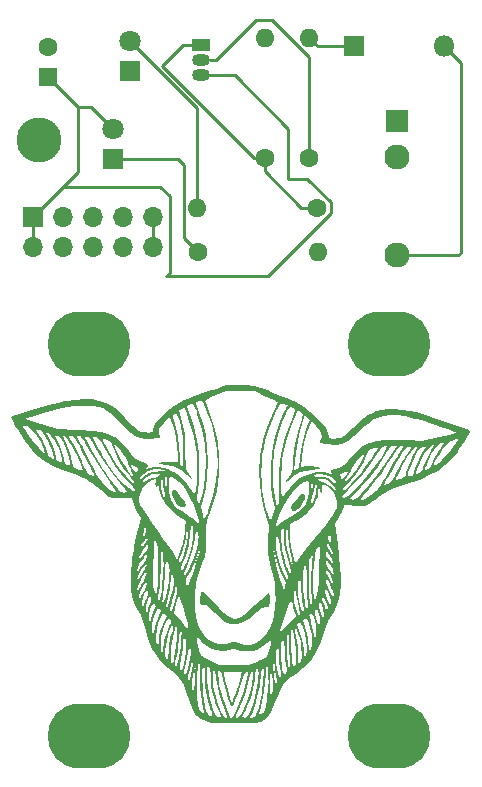
<source format=gbr>
%TF.GenerationSoftware,KiCad,Pcbnew,(6.0.0)*%
%TF.CreationDate,2022-12-16T14:26:45-08:00*%
%TF.ProjectId,LEDShieldPractice,4c454453-6869-4656-9c64-507261637469,rev?*%
%TF.SameCoordinates,Original*%
%TF.FileFunction,Copper,L1,Top*%
%TF.FilePolarity,Positive*%
%FSLAX46Y46*%
G04 Gerber Fmt 4.6, Leading zero omitted, Abs format (unit mm)*
G04 Created by KiCad (PCBNEW (6.0.0)) date 2022-12-16 14:26:45*
%MOMM*%
%LPD*%
G01*
G04 APERTURE LIST*
%TA.AperFunction,ComponentPad*%
%ADD10O,7.000000X5.500000*%
%TD*%
%TA.AperFunction,ComponentPad*%
%ADD11C,1.600000*%
%TD*%
%TA.AperFunction,ComponentPad*%
%ADD12O,1.600000X1.600000*%
%TD*%
%TA.AperFunction,ComponentPad*%
%ADD13C,2.600000*%
%TD*%
%TA.AperFunction,ConnectorPad*%
%ADD14C,3.800000*%
%TD*%
%TA.AperFunction,ComponentPad*%
%ADD15R,1.800000X1.800000*%
%TD*%
%TA.AperFunction,ComponentPad*%
%ADD16O,1.800000X1.800000*%
%TD*%
%TA.AperFunction,ComponentPad*%
%ADD17C,2.130000*%
%TD*%
%TA.AperFunction,ComponentPad*%
%ADD18R,1.930000X1.830000*%
%TD*%
%TA.AperFunction,ComponentPad*%
%ADD19C,1.800000*%
%TD*%
%TA.AperFunction,ComponentPad*%
%ADD20R,1.500000X1.050000*%
%TD*%
%TA.AperFunction,ComponentPad*%
%ADD21O,1.500000X1.050000*%
%TD*%
%TA.AperFunction,ComponentPad*%
%ADD22R,1.700000X1.700000*%
%TD*%
%TA.AperFunction,ComponentPad*%
%ADD23O,1.700000X1.700000*%
%TD*%
%TA.AperFunction,ComponentPad*%
%ADD24R,1.600000X1.600000*%
%TD*%
%TA.AperFunction,Conductor*%
%ADD25C,0.250000*%
%TD*%
G04 APERTURE END LIST*
%TO.C,G\u002A\u002A\u002A*%
G36*
X39633526Y-85637373D02*
G01*
X39586899Y-85586658D01*
X40310845Y-85586658D01*
X40334911Y-85712440D01*
X40385960Y-85816458D01*
X40439445Y-85797564D01*
X40499842Y-85644443D01*
X40571624Y-85345776D01*
X40658670Y-84893558D01*
X40733422Y-84446471D01*
X40775806Y-84122660D01*
X40787279Y-83929880D01*
X40769295Y-83875887D01*
X40723311Y-83968438D01*
X40650781Y-84215288D01*
X40583244Y-84491606D01*
X40495182Y-84859235D01*
X40415865Y-85167153D01*
X40355601Y-85376610D01*
X40329693Y-85444863D01*
X40310845Y-85586658D01*
X39586899Y-85586658D01*
X39353253Y-85332526D01*
X39181639Y-85176396D01*
X40018115Y-85176396D01*
X40057485Y-85260570D01*
X40124737Y-85304882D01*
X40188287Y-85252871D01*
X40255868Y-85086222D01*
X40335213Y-84786621D01*
X40420330Y-84401189D01*
X40491049Y-83982157D01*
X40530226Y-83570181D01*
X40536441Y-83208714D01*
X40508272Y-82941205D01*
X40471407Y-82839161D01*
X40429444Y-82863736D01*
X40378643Y-83034955D01*
X40324805Y-83330763D01*
X40304368Y-83474161D01*
X40242607Y-83883344D01*
X40168851Y-84294406D01*
X40097190Y-84630053D01*
X40084272Y-84681627D01*
X40018847Y-84988200D01*
X40018115Y-85176396D01*
X39181639Y-85176396D01*
X38982768Y-84995468D01*
X38614771Y-84688888D01*
X39596517Y-84688888D01*
X39626949Y-84827008D01*
X39629324Y-84830058D01*
X39727566Y-84917894D01*
X39806791Y-84895768D01*
X39880196Y-84745911D01*
X39960982Y-84450559D01*
X39983577Y-84353231D01*
X40083816Y-83837067D01*
X40150968Y-83332822D01*
X40183259Y-82874296D01*
X40178916Y-82495288D01*
X40138068Y-82241421D01*
X41049960Y-82241421D01*
X41072563Y-82546562D01*
X41131532Y-82894166D01*
X41213611Y-83228229D01*
X41305543Y-83492748D01*
X41374877Y-83613996D01*
X41511017Y-83720435D01*
X41758425Y-83872361D01*
X42074525Y-84044516D01*
X42245764Y-84130646D01*
X42975902Y-84487524D01*
X44226406Y-84496811D01*
X45476911Y-84506099D01*
X46194702Y-84194348D01*
X46432840Y-84081527D01*
X47487862Y-84081527D01*
X47495101Y-84352311D01*
X47534323Y-84783187D01*
X47571662Y-85107446D01*
X47627456Y-85540604D01*
X47673921Y-85823825D01*
X47716874Y-85975822D01*
X47762132Y-86015314D01*
X47815516Y-85961015D01*
X47829589Y-85937167D01*
X47858804Y-85737845D01*
X47804347Y-85397361D01*
X47781562Y-85305545D01*
X47709213Y-84968378D01*
X47662366Y-84636323D01*
X47652664Y-84473603D01*
X47632276Y-84222386D01*
X47583430Y-84031502D01*
X47569294Y-84004558D01*
X47512595Y-83966916D01*
X47487862Y-84081527D01*
X46432840Y-84081527D01*
X46526157Y-84037317D01*
X46804518Y-83881453D01*
X46987077Y-83751689D01*
X47010249Y-83726404D01*
X47758308Y-83726404D01*
X47785460Y-84206822D01*
X47861925Y-84787472D01*
X47922865Y-85132347D01*
X47981762Y-85402769D01*
X48033799Y-85530696D01*
X48092688Y-85541714D01*
X48127063Y-85513347D01*
X48175547Y-85430546D01*
X48192639Y-85289889D01*
X48177914Y-85057864D01*
X48130950Y-84700959D01*
X48115474Y-84597225D01*
X48060480Y-84188385D01*
X48018278Y-83788656D01*
X47995552Y-83465448D01*
X48166885Y-83465448D01*
X48204575Y-84015467D01*
X48250168Y-84385558D01*
X48310798Y-84790657D01*
X48360212Y-85050596D01*
X48408143Y-85188246D01*
X48464326Y-85226478D01*
X48538494Y-85188164D01*
X48577470Y-85154638D01*
X48650659Y-85069878D01*
X48682342Y-84958031D01*
X48674929Y-84775516D01*
X48630832Y-84478749D01*
X48618808Y-84407622D01*
X48565664Y-84021396D01*
X48519783Y-83554809D01*
X48489620Y-83096826D01*
X48486133Y-83011725D01*
X48471646Y-82648433D01*
X48465693Y-82569928D01*
X48670344Y-82569928D01*
X48674539Y-82972360D01*
X48691836Y-83399204D01*
X48720410Y-83821046D01*
X48758434Y-84208475D01*
X48804084Y-84532077D01*
X48855535Y-84762441D01*
X48910961Y-84870153D01*
X48944616Y-84864436D01*
X48977742Y-84733576D01*
X48979621Y-84443024D01*
X48950323Y-83999502D01*
X48933463Y-83817004D01*
X48893645Y-83355308D01*
X48861886Y-82884791D01*
X48842283Y-82472090D01*
X48838808Y-82303699D01*
X49026819Y-82303699D01*
X49037601Y-82746539D01*
X49059560Y-83221007D01*
X49091758Y-83692841D01*
X49133256Y-84127781D01*
X49145444Y-84230521D01*
X49202319Y-84509201D01*
X49275417Y-84625163D01*
X49353442Y-84582771D01*
X49425101Y-84386388D01*
X49472268Y-84104249D01*
X49488230Y-83686244D01*
X49459460Y-83155267D01*
X49390561Y-82560336D01*
X49286131Y-81950467D01*
X49256971Y-81810458D01*
X49195937Y-81558015D01*
X49147327Y-81450666D01*
X49097492Y-81466193D01*
X49070910Y-81507562D01*
X49042535Y-81649949D01*
X49028151Y-81926749D01*
X49026819Y-82303699D01*
X48838808Y-82303699D01*
X48837997Y-82264408D01*
X48829354Y-81950938D01*
X48804105Y-81797282D01*
X48760651Y-81794586D01*
X48754627Y-81803225D01*
X48708563Y-81955948D01*
X48681077Y-82221320D01*
X48670344Y-82569928D01*
X48465693Y-82569928D01*
X48455105Y-82430297D01*
X48429428Y-82333215D01*
X48387533Y-82333084D01*
X48322341Y-82405800D01*
X48312009Y-82419058D01*
X48221460Y-82639954D01*
X48172799Y-82997847D01*
X48166885Y-83465448D01*
X47995552Y-83465448D01*
X47995453Y-83464042D01*
X47993226Y-83371886D01*
X47989983Y-83127111D01*
X47971699Y-83028651D01*
X47924154Y-83053490D01*
X47854736Y-83147746D01*
X47781167Y-83366589D01*
X47758308Y-83726404D01*
X47010249Y-83726404D01*
X47026337Y-83708849D01*
X47086414Y-83564899D01*
X47165804Y-83308848D01*
X47250669Y-82994654D01*
X47327176Y-82676273D01*
X47381488Y-82407662D01*
X47399960Y-82251770D01*
X47344068Y-82280136D01*
X47197052Y-82400359D01*
X46989897Y-82586981D01*
X46975096Y-82600797D01*
X46694221Y-82836980D01*
X46397048Y-83046059D01*
X46191929Y-83160857D01*
X45764145Y-83284739D01*
X45268968Y-83321403D01*
X44785035Y-83269356D01*
X44526605Y-83192471D01*
X44269008Y-83110767D01*
X44054162Y-83112869D01*
X43873138Y-83162233D01*
X43300132Y-83265693D01*
X42718636Y-83213299D01*
X42158824Y-83014058D01*
X41650871Y-82676976D01*
X41391638Y-82421550D01*
X41204934Y-82215148D01*
X41102214Y-82125588D01*
X41058787Y-82139854D01*
X41049960Y-82241421D01*
X40138068Y-82241421D01*
X40136166Y-82229600D01*
X40099207Y-82148911D01*
X40034660Y-82069653D01*
X39991695Y-82072241D01*
X39960857Y-82181036D01*
X39932690Y-82420401D01*
X39914096Y-82625852D01*
X39865102Y-83045498D01*
X39790377Y-83529293D01*
X39705491Y-83977166D01*
X39699577Y-84004558D01*
X39620325Y-84419448D01*
X39596517Y-84688888D01*
X38614771Y-84688888D01*
X38509960Y-84601570D01*
X38399237Y-84501441D01*
X39244702Y-84501441D01*
X39288757Y-84582978D01*
X39357784Y-84541102D01*
X39404899Y-84429626D01*
X39470870Y-84196394D01*
X39543440Y-83886100D01*
X39562987Y-83792891D01*
X39638008Y-83370277D01*
X39698123Y-82924216D01*
X39741084Y-82488293D01*
X39764642Y-82096092D01*
X39766549Y-81781199D01*
X39746105Y-81591558D01*
X40372627Y-81591558D01*
X40414960Y-81633891D01*
X40457294Y-81591558D01*
X40414960Y-81549225D01*
X40372627Y-81591558D01*
X39746105Y-81591558D01*
X39744557Y-81577197D01*
X39715205Y-81519197D01*
X39673792Y-81516508D01*
X39637782Y-81578816D01*
X39603280Y-81727488D01*
X39566392Y-81983891D01*
X39523223Y-82369391D01*
X39478224Y-82819225D01*
X39428489Y-83224710D01*
X39358793Y-83669671D01*
X39312456Y-83917253D01*
X39252358Y-84276164D01*
X39244702Y-84501441D01*
X38399237Y-84501441D01*
X38047367Y-84183238D01*
X37665161Y-83737924D01*
X37347221Y-83236393D01*
X37290340Y-83112640D01*
X38004916Y-83112640D01*
X38027727Y-83348329D01*
X38065067Y-83446776D01*
X38129496Y-83431832D01*
X38188434Y-83284434D01*
X38396063Y-83284434D01*
X38399426Y-83615937D01*
X38449967Y-83843907D01*
X38509960Y-83919799D01*
X38572024Y-83934896D01*
X38616889Y-83871309D01*
X38627914Y-83817898D01*
X38839373Y-83817898D01*
X38849383Y-84103043D01*
X38892506Y-84270623D01*
X38905071Y-84286780D01*
X38976777Y-84332572D01*
X39035661Y-84294791D01*
X39089326Y-84152646D01*
X39145370Y-83885350D01*
X39211396Y-83472112D01*
X39217199Y-83433058D01*
X39303258Y-82809487D01*
X39367486Y-82255638D01*
X39408522Y-81790933D01*
X39425008Y-81434793D01*
X39415584Y-81206639D01*
X39378890Y-81125892D01*
X39378716Y-81125891D01*
X39295615Y-81205107D01*
X39207451Y-81421525D01*
X39118996Y-81743298D01*
X39035022Y-82138582D01*
X38960300Y-82575529D01*
X38899604Y-83022295D01*
X38857704Y-83447033D01*
X38839373Y-83817898D01*
X38627914Y-83817898D01*
X38651692Y-83702697D01*
X38683568Y-83402717D01*
X38698338Y-83224434D01*
X38747866Y-82774781D01*
X38822847Y-82292487D01*
X38908520Y-81870286D01*
X38923650Y-81808953D01*
X39009872Y-81478606D01*
X39086822Y-81195415D01*
X39139641Y-81013871D01*
X39144525Y-80998891D01*
X39170200Y-80898369D01*
X39125960Y-80919693D01*
X39026228Y-81027979D01*
X38874172Y-81265648D01*
X38732823Y-81604078D01*
X38608258Y-82009221D01*
X38506558Y-82447027D01*
X38433800Y-82883448D01*
X38396063Y-83284434D01*
X38188434Y-83284434D01*
X38188568Y-83284098D01*
X38231777Y-83040040D01*
X38247521Y-82813425D01*
X38297688Y-82435894D01*
X38419835Y-81968800D01*
X38597776Y-81467148D01*
X38740236Y-81138916D01*
X38855847Y-80879031D01*
X38899290Y-80722174D01*
X38877243Y-80621516D01*
X38823342Y-80556321D01*
X38742351Y-80498242D01*
X38668384Y-80527943D01*
X38573383Y-80669764D01*
X38473970Y-80859374D01*
X38321000Y-81206396D01*
X38180605Y-81598135D01*
X38128255Y-81777257D01*
X38068665Y-82079284D01*
X38027101Y-82432761D01*
X38005279Y-82792332D01*
X38004916Y-83112640D01*
X37290340Y-83112640D01*
X37077425Y-82649407D01*
X36865466Y-82023914D01*
X37590032Y-82023914D01*
X37601916Y-82475505D01*
X37684460Y-82790634D01*
X37739908Y-82899505D01*
X37776676Y-82912487D01*
X37804036Y-82808175D01*
X37831258Y-82565162D01*
X37844465Y-82421217D01*
X37893570Y-82042806D01*
X37966852Y-81664312D01*
X38035924Y-81408656D01*
X38163694Y-81079942D01*
X38318398Y-80750033D01*
X38369066Y-80656563D01*
X38564923Y-80314234D01*
X38365850Y-80164073D01*
X38243149Y-80080739D01*
X38163484Y-80084621D01*
X38086859Y-80200023D01*
X38002758Y-80384701D01*
X37795464Y-80940637D01*
X37656218Y-81499666D01*
X37590032Y-82023914D01*
X36865466Y-82023914D01*
X36839650Y-81947732D01*
X36646581Y-81222436D01*
X36597800Y-81054545D01*
X37269951Y-81054545D01*
X37279963Y-81499371D01*
X37284112Y-81526968D01*
X37347818Y-81930225D01*
X37502977Y-81312655D01*
X37612649Y-80935390D01*
X37746439Y-80557601D01*
X37865448Y-80282336D01*
X37981386Y-80042599D01*
X37983046Y-80037161D01*
X39088237Y-80037161D01*
X39545974Y-80518026D01*
X39790952Y-80785321D01*
X40008441Y-81039977D01*
X40154666Y-81230555D01*
X40163148Y-81243286D01*
X40280344Y-81394284D01*
X40338986Y-81396188D01*
X40339291Y-81246252D01*
X40281474Y-80941734D01*
X40209844Y-80647981D01*
X40094229Y-80227150D01*
X39951088Y-79746496D01*
X39858032Y-79455400D01*
X40930591Y-79455400D01*
X40940150Y-79856660D01*
X40963111Y-80167992D01*
X41003287Y-80429050D01*
X41064492Y-80679486D01*
X41115809Y-80850434D01*
X41370073Y-81457894D01*
X41708356Y-81959968D01*
X42112897Y-82345531D01*
X42565932Y-82603452D01*
X43049700Y-82722604D01*
X43546439Y-82691860D01*
X43878705Y-82581394D01*
X44082963Y-82497493D01*
X44231641Y-82479394D01*
X44398388Y-82531701D01*
X44591554Y-82625947D01*
X45084710Y-82790783D01*
X45579081Y-82794464D01*
X45915900Y-82698681D01*
X46289538Y-82477007D01*
X46667829Y-82140866D01*
X46914424Y-81845558D01*
X47992627Y-81845558D01*
X48034960Y-81887891D01*
X48077294Y-81845558D01*
X48034960Y-81803225D01*
X47992627Y-81845558D01*
X46914424Y-81845558D01*
X47004767Y-81737368D01*
X47110450Y-81560526D01*
X48103875Y-81560526D01*
X48121135Y-81605023D01*
X48192191Y-81570304D01*
X48334814Y-81444494D01*
X48497462Y-81284080D01*
X49334491Y-81284080D01*
X49361479Y-81473626D01*
X49403393Y-81655058D01*
X49483111Y-82024634D01*
X49554036Y-82469117D01*
X49611141Y-82940163D01*
X49649402Y-83389425D01*
X49663791Y-83768557D01*
X49649848Y-84025725D01*
X49634792Y-84258774D01*
X49689169Y-84338140D01*
X49814065Y-84265067D01*
X49838360Y-84241625D01*
X49894453Y-84097492D01*
X49927639Y-83829071D01*
X49937732Y-83479874D01*
X49924545Y-83093416D01*
X49887892Y-82713209D01*
X49845990Y-82463559D01*
X49767431Y-82155279D01*
X49663518Y-81834947D01*
X49550650Y-81543927D01*
X49445224Y-81323584D01*
X49363640Y-81215283D01*
X49349270Y-81210558D01*
X49334491Y-81284080D01*
X48497462Y-81284080D01*
X48566777Y-81215717D01*
X48709458Y-81071408D01*
X49566982Y-81071408D01*
X49611411Y-81225598D01*
X49716830Y-81474209D01*
X49986883Y-82281956D01*
X50105319Y-83145273D01*
X50111986Y-83394892D01*
X50116630Y-83690024D01*
X50132291Y-83841058D01*
X50166913Y-83873198D01*
X50228440Y-83811651D01*
X50238986Y-83797876D01*
X50313755Y-83612941D01*
X50354104Y-83292027D01*
X50363294Y-82938961D01*
X50323583Y-82363238D01*
X50214179Y-81783679D01*
X50049675Y-81264242D01*
X49917332Y-80984229D01*
X49820887Y-80859631D01*
X49715412Y-80874746D01*
X49664360Y-80909213D01*
X49586048Y-80981196D01*
X49566982Y-81071408D01*
X48709458Y-81071408D01*
X48752626Y-81027747D01*
X49026620Y-80749674D01*
X50064170Y-80749674D01*
X50110047Y-80927406D01*
X50217816Y-81213494D01*
X50238482Y-81265249D01*
X50397617Y-81751369D01*
X50487794Y-82270721D01*
X50513840Y-82591301D01*
X50547038Y-82973907D01*
X50592109Y-83192847D01*
X50647222Y-83246770D01*
X50710544Y-83134325D01*
X50780243Y-82854159D01*
X50791416Y-82796076D01*
X50819964Y-82387970D01*
X50782649Y-81887716D01*
X50686616Y-81355953D01*
X50574640Y-80955595D01*
X50456305Y-80649388D01*
X50348260Y-80496307D01*
X50234819Y-80482148D01*
X50134168Y-80556731D01*
X50074205Y-80639661D01*
X50064170Y-80749674D01*
X49026620Y-80749674D01*
X49443739Y-80326344D01*
X49420559Y-80239418D01*
X50583549Y-80239418D01*
X50605398Y-80438076D01*
X50695803Y-80758664D01*
X50742923Y-80902119D01*
X50847580Y-81258673D01*
X50923593Y-81603037D01*
X50955738Y-81865216D01*
X50955960Y-81881653D01*
X50977985Y-82116432D01*
X51032639Y-82219041D01*
X51102795Y-82176297D01*
X51156596Y-82036058D01*
X51191204Y-81766656D01*
X51181105Y-81430279D01*
X51134624Y-81065967D01*
X51060085Y-80712756D01*
X50965810Y-80409684D01*
X50860125Y-80195789D01*
X50751353Y-80110109D01*
X50745888Y-80109891D01*
X50630349Y-80138189D01*
X50583549Y-80239418D01*
X49420559Y-80239418D01*
X49318922Y-79858284D01*
X49238414Y-79549566D01*
X49168376Y-79269476D01*
X49139579Y-79147401D01*
X49090207Y-78988266D01*
X49047075Y-78942588D01*
X49046482Y-78943147D01*
X48997359Y-79040817D01*
X48905262Y-79264117D01*
X48782840Y-79578742D01*
X48642741Y-79950385D01*
X48497617Y-80344740D01*
X48360115Y-80727501D01*
X48242886Y-81064362D01*
X48158579Y-81321016D01*
X48122638Y-81448687D01*
X48103875Y-81560526D01*
X47110450Y-81560526D01*
X47241509Y-81341221D01*
X47470693Y-80778142D01*
X47623197Y-80198011D01*
X47706033Y-79558647D01*
X47726213Y-78817866D01*
X47717998Y-78474861D01*
X47715674Y-78425667D01*
X49263218Y-78425667D01*
X49263875Y-78750718D01*
X49331423Y-79170107D01*
X49439501Y-79610864D01*
X49538237Y-79949483D01*
X49615515Y-80142602D01*
X49681561Y-80211063D01*
X49726578Y-80195982D01*
X49776587Y-80111044D01*
X49773949Y-79956057D01*
X49716089Y-79692847D01*
X49684819Y-79577110D01*
X49590051Y-79179170D01*
X49507686Y-78738279D01*
X49473633Y-78498367D01*
X49436778Y-78215002D01*
X49405284Y-78079975D01*
X49370242Y-78072894D01*
X49326935Y-78162558D01*
X49263218Y-78425667D01*
X47715674Y-78425667D01*
X47693493Y-77956044D01*
X47655267Y-77540554D01*
X47592683Y-77162415D01*
X47495105Y-76755650D01*
X47369677Y-76314287D01*
X47232330Y-75829376D01*
X47142144Y-75447373D01*
X47089812Y-75111545D01*
X47066026Y-74765159D01*
X47063149Y-74564225D01*
X47493477Y-74564225D01*
X47511227Y-74771064D01*
X47565690Y-75087117D01*
X47649181Y-75483329D01*
X47754013Y-75930645D01*
X47872499Y-76400011D01*
X47996953Y-76862374D01*
X48119689Y-77288678D01*
X48233020Y-77649871D01*
X48329259Y-77916897D01*
X48400721Y-78060702D01*
X48422921Y-78077476D01*
X48477460Y-78005696D01*
X48489412Y-77975783D01*
X49619192Y-77975783D01*
X49657190Y-78495325D01*
X49746110Y-79063992D01*
X49821910Y-79408708D01*
X49910134Y-79732113D01*
X49982838Y-79906180D01*
X50048674Y-79949169D01*
X50071895Y-79936462D01*
X50081809Y-79918178D01*
X51028922Y-79918178D01*
X51069832Y-80155491D01*
X51172880Y-80490891D01*
X51272114Y-80783312D01*
X51347484Y-81007916D01*
X51384485Y-81121431D01*
X51385751Y-81125891D01*
X51415169Y-81085536D01*
X51472889Y-80930970D01*
X51481753Y-80903863D01*
X51520571Y-80674720D01*
X51488701Y-80397180D01*
X51428411Y-80163030D01*
X51329500Y-79865374D01*
X51242288Y-79718906D01*
X51150914Y-79707739D01*
X51058433Y-79792391D01*
X51028922Y-79918178D01*
X50081809Y-79918178D01*
X50121078Y-79845760D01*
X50120370Y-79671905D01*
X50068913Y-79378428D01*
X50057521Y-79325312D01*
X50002837Y-79010017D01*
X49949121Y-78590968D01*
X49904137Y-78133609D01*
X49884453Y-77866225D01*
X49858274Y-77462819D01*
X49836549Y-77208585D01*
X49813632Y-77083660D01*
X49783877Y-77068185D01*
X49741639Y-77142297D01*
X49703940Y-77231225D01*
X49634111Y-77542154D01*
X49619192Y-77975783D01*
X48489412Y-77975783D01*
X48548302Y-77828397D01*
X48561252Y-77787784D01*
X48606037Y-77559657D01*
X48560423Y-77365638D01*
X48478545Y-77216284D01*
X48193824Y-76665262D01*
X47936402Y-76005892D01*
X47728842Y-75299092D01*
X47666013Y-75022444D01*
X47590350Y-74673781D01*
X47539096Y-74481986D01*
X47508448Y-74436963D01*
X47494604Y-74528613D01*
X47493477Y-74564225D01*
X47063149Y-74564225D01*
X47061294Y-74434621D01*
X47067738Y-74145568D01*
X47744868Y-74145568D01*
X47782755Y-74593387D01*
X47873412Y-75101285D01*
X48011332Y-75637785D01*
X48191011Y-76171408D01*
X48386848Y-76629381D01*
X48542298Y-76938332D01*
X48648672Y-77109126D01*
X48720516Y-77160533D01*
X48767472Y-77120597D01*
X48777641Y-77025249D01*
X50030869Y-77025249D01*
X50044633Y-77450437D01*
X50049491Y-77565107D01*
X50083900Y-78138597D01*
X50132885Y-78651129D01*
X50192797Y-79080919D01*
X50259987Y-79406186D01*
X50330809Y-79605145D01*
X50399768Y-79656761D01*
X50465161Y-79559203D01*
X50461579Y-79506641D01*
X50450236Y-79389781D01*
X50435190Y-79130965D01*
X50417695Y-78757500D01*
X50399009Y-78296692D01*
X50380387Y-77775845D01*
X50376379Y-77654558D01*
X50350476Y-76858617D01*
X50533185Y-76858617D01*
X50538802Y-77595798D01*
X50555779Y-78218833D01*
X50583269Y-78717198D01*
X50620423Y-79080373D01*
X50666394Y-79297835D01*
X50720334Y-79359062D01*
X50732731Y-79350626D01*
X51398591Y-79350626D01*
X51417840Y-79528583D01*
X51497170Y-79792238D01*
X51589174Y-80063851D01*
X51662096Y-80281736D01*
X51688977Y-80363891D01*
X51732914Y-80444206D01*
X51795206Y-80373298D01*
X51806495Y-80353504D01*
X51833038Y-80167675D01*
X51786322Y-79851802D01*
X51754953Y-79722045D01*
X51669956Y-79411003D01*
X51606802Y-79239666D01*
X51549042Y-79182789D01*
X51480229Y-79215130D01*
X51445769Y-79247549D01*
X51398591Y-79350626D01*
X50732731Y-79350626D01*
X50733862Y-79349856D01*
X50780440Y-79210517D01*
X50794982Y-78938931D01*
X50784739Y-78689531D01*
X50757098Y-78118290D01*
X50746260Y-77472376D01*
X50746581Y-77433708D01*
X50903480Y-77433708D01*
X50912383Y-77873924D01*
X50931415Y-78268086D01*
X50959512Y-78586810D01*
X50995611Y-78800714D01*
X51038649Y-78880416D01*
X51047635Y-78877893D01*
X51053190Y-78869366D01*
X51697570Y-78869366D01*
X51783259Y-79190005D01*
X51805770Y-79250998D01*
X51900599Y-79533049D01*
X51962042Y-79777895D01*
X51974653Y-79877966D01*
X51984453Y-80009577D01*
X52032878Y-79990745D01*
X52099830Y-79905702D01*
X52182217Y-79673419D01*
X52171591Y-79524702D01*
X52106855Y-79313005D01*
X52003319Y-79036956D01*
X51956500Y-78924558D01*
X51851523Y-78705453D01*
X51779293Y-78627533D01*
X51720343Y-78670900D01*
X51715856Y-78678590D01*
X51697570Y-78869366D01*
X51053190Y-78869366D01*
X51112918Y-78777689D01*
X51202583Y-78568380D01*
X51265053Y-78391754D01*
X51319438Y-78185865D01*
X51338546Y-78066510D01*
X51904166Y-78066510D01*
X51921372Y-78248522D01*
X51997806Y-78516719D01*
X52091789Y-78754430D01*
X52207145Y-79028582D01*
X52286927Y-79250839D01*
X52311923Y-79358478D01*
X52330659Y-79425048D01*
X52396440Y-79347891D01*
X52440224Y-79177459D01*
X52427045Y-78966891D01*
X52357296Y-78745191D01*
X52236867Y-78457745D01*
X52154905Y-78289558D01*
X52030212Y-78060346D01*
X51958031Y-77967942D01*
X51919524Y-77995587D01*
X51904166Y-78066510D01*
X51338546Y-78066510D01*
X51360827Y-77927337D01*
X51391271Y-77590028D01*
X51406963Y-77268063D01*
X51987608Y-77268063D01*
X52018977Y-77522629D01*
X52162291Y-77892579D01*
X52282324Y-78133651D01*
X52454475Y-78433205D01*
X52575750Y-78589285D01*
X52638668Y-78600558D01*
X52635747Y-78465689D01*
X52559508Y-78183347D01*
X52559408Y-78183040D01*
X52458391Y-77919004D01*
X52316252Y-77602111D01*
X52237186Y-77442891D01*
X52112602Y-77208413D01*
X52043746Y-77109927D01*
X52009413Y-77132581D01*
X51988398Y-77261520D01*
X51987608Y-77268063D01*
X51406963Y-77268063D01*
X51412825Y-77147795D01*
X51427541Y-76574496D01*
X51430888Y-76365179D01*
X51964251Y-76365179D01*
X51971884Y-76471981D01*
X52038255Y-76663052D01*
X52158650Y-76915533D01*
X52271686Y-77115133D01*
X52434796Y-77402360D01*
X52564892Y-77661739D01*
X52629324Y-77823891D01*
X52673349Y-77963619D01*
X52698681Y-77946910D01*
X52714897Y-77857192D01*
X52696493Y-77686920D01*
X52620511Y-77427701D01*
X52529343Y-77196710D01*
X52384527Y-76897177D01*
X52234300Y-76629534D01*
X52144044Y-76495824D01*
X52020068Y-76365506D01*
X51964251Y-76365179D01*
X51430888Y-76365179D01*
X51432601Y-76258033D01*
X51442364Y-75727659D01*
X51975005Y-75727659D01*
X52029740Y-75947346D01*
X52180042Y-76224388D01*
X52262050Y-76339798D01*
X52437308Y-76587790D01*
X52572455Y-76811989D01*
X52618772Y-76912031D01*
X52670427Y-77046698D01*
X52696482Y-77024526D01*
X52714381Y-76922799D01*
X52696633Y-76739347D01*
X52618183Y-76486557D01*
X52569211Y-76372466D01*
X52413498Y-76084423D01*
X52236956Y-75814839D01*
X52186556Y-75749558D01*
X51978050Y-75495558D01*
X51975005Y-75727659D01*
X51442364Y-75727659D01*
X51442389Y-75726279D01*
X51455892Y-75241274D01*
X51467297Y-74950551D01*
X51974653Y-74950551D01*
X52019877Y-75221418D01*
X52185079Y-75455380D01*
X52219808Y-75489664D01*
X52413519Y-75715643D01*
X52561902Y-75956713D01*
X52574784Y-75985745D01*
X52653854Y-76131298D01*
X52709921Y-76155109D01*
X52715376Y-76143978D01*
X52697895Y-76021669D01*
X52619972Y-75797057D01*
X52498420Y-75518522D01*
X52497013Y-75515570D01*
X52348295Y-75219728D01*
X52207267Y-74965763D01*
X52111266Y-74818225D01*
X52022623Y-74718019D01*
X51984781Y-74739448D01*
X51975135Y-74904408D01*
X51974653Y-74950551D01*
X51467297Y-74950551D01*
X51471919Y-74832747D01*
X51489279Y-74530429D01*
X51506780Y-74364050D01*
X51508886Y-74354420D01*
X51548358Y-74197150D01*
X52056627Y-74197150D01*
X52092743Y-74339641D01*
X52184868Y-74553613D01*
X52308662Y-74794951D01*
X52439789Y-75019539D01*
X52553911Y-75183259D01*
X52626689Y-75241996D01*
X52631762Y-75239686D01*
X52618251Y-75157031D01*
X52557075Y-74965244D01*
X52495682Y-74796769D01*
X52375366Y-74511863D01*
X52250379Y-74263637D01*
X52195713Y-74174787D01*
X52056627Y-73976213D01*
X52056627Y-74197150D01*
X51548358Y-74197150D01*
X51561782Y-74143664D01*
X51380096Y-74374641D01*
X51257798Y-74555602D01*
X51163552Y-74766397D01*
X51089559Y-75038734D01*
X51028020Y-75404322D01*
X50971135Y-75894869D01*
X50948183Y-76130558D01*
X50920316Y-76532642D01*
X50905770Y-76976820D01*
X50903480Y-77433708D01*
X50746581Y-77433708D01*
X50751736Y-76812948D01*
X50773032Y-76201167D01*
X50808733Y-75707225D01*
X50873173Y-75072225D01*
X50703458Y-75326225D01*
X50637131Y-75442004D01*
X50590517Y-75578319D01*
X50560216Y-75765771D01*
X50542825Y-76034961D01*
X50534946Y-76416492D01*
X50533185Y-76858617D01*
X50350476Y-76858617D01*
X50319894Y-75918891D01*
X50161614Y-76210441D01*
X50095073Y-76353562D01*
X50053096Y-76512967D01*
X50032692Y-76724811D01*
X50030869Y-77025249D01*
X48777641Y-77025249D01*
X48786886Y-76938570D01*
X48683382Y-76663970D01*
X48682405Y-76662049D01*
X48449006Y-76095820D01*
X48253544Y-75402098D01*
X48106390Y-74620465D01*
X48064919Y-74305396D01*
X48016099Y-73909943D01*
X47975996Y-73660641D01*
X47938138Y-73534993D01*
X47896054Y-73510500D01*
X47849416Y-73556076D01*
X47765253Y-73789305D01*
X47744868Y-74145568D01*
X47067738Y-74145568D01*
X47070547Y-74019579D01*
X47095298Y-73617391D01*
X47122521Y-73369474D01*
X48169498Y-73369474D01*
X48179706Y-73662251D01*
X48194989Y-73898595D01*
X48240414Y-74334508D01*
X48314096Y-74793710D01*
X48408834Y-75251863D01*
X48517428Y-75684626D01*
X48632679Y-76067661D01*
X48747386Y-76376628D01*
X48854350Y-76587189D01*
X48946370Y-76675004D01*
X49005509Y-76638558D01*
X49015330Y-76485139D01*
X48958062Y-76197870D01*
X48837676Y-75796600D01*
X48836105Y-75791891D01*
X48684225Y-75261153D01*
X48559436Y-74678313D01*
X48470346Y-74097912D01*
X48425565Y-73574490D01*
X48428957Y-73212757D01*
X48431546Y-73170051D01*
X48611883Y-73170051D01*
X48612093Y-73589509D01*
X48653700Y-74088630D01*
X48731068Y-74626782D01*
X48838559Y-75163328D01*
X48970535Y-75657635D01*
X49093325Y-76003558D01*
X49176930Y-76169188D01*
X49225459Y-76192223D01*
X49238369Y-76095842D01*
X49215120Y-75903222D01*
X49155169Y-75637544D01*
X49105864Y-75467097D01*
X48853028Y-74390089D01*
X48749347Y-73283803D01*
X48747989Y-73209558D01*
X48740986Y-72913947D01*
X48726986Y-72770174D01*
X48701381Y-72760760D01*
X48659565Y-72868225D01*
X48658709Y-72870891D01*
X48611883Y-73170051D01*
X48431546Y-73170051D01*
X48442606Y-72987574D01*
X48424627Y-72903043D01*
X48359362Y-72931239D01*
X48299919Y-72982631D01*
X48225200Y-73068116D01*
X48183194Y-73184246D01*
X48169498Y-73369474D01*
X47122521Y-73369474D01*
X47131027Y-73292006D01*
X47149318Y-73188449D01*
X47183849Y-72990438D01*
X47188413Y-72808204D01*
X47180617Y-72757592D01*
X47731962Y-72757592D01*
X48039726Y-72522849D01*
X48053304Y-72513484D01*
X48923960Y-72513484D01*
X48924600Y-73115521D01*
X48939539Y-73487483D01*
X48979729Y-73911821D01*
X49039295Y-74356954D01*
X49112362Y-74791300D01*
X49193056Y-75183279D01*
X49275501Y-75501309D01*
X49353824Y-75713809D01*
X49421950Y-75789210D01*
X49491096Y-75722808D01*
X49625958Y-75549750D01*
X49799517Y-75305063D01*
X49830130Y-75260043D01*
X50021646Y-74996909D01*
X50293447Y-74650104D01*
X50611959Y-74261296D01*
X50854922Y-73976213D01*
X50943608Y-73872152D01*
X51004799Y-73802225D01*
X51073013Y-73723095D01*
X52184833Y-73723095D01*
X52255627Y-73938308D01*
X52278566Y-73975353D01*
X52404484Y-74144310D01*
X52463264Y-74158633D01*
X52459676Y-74016995D01*
X52444354Y-73929225D01*
X52389616Y-73651869D01*
X52338576Y-73400058D01*
X52281859Y-73124891D01*
X52212111Y-73446186D01*
X52184833Y-73723095D01*
X51073013Y-73723095D01*
X51563451Y-73154171D01*
X52011751Y-72604730D01*
X52362789Y-72136600D01*
X52629657Y-71732482D01*
X52794971Y-71436523D01*
X52914543Y-71182000D01*
X52962853Y-70989183D01*
X52949869Y-70776846D01*
X52904065Y-70547523D01*
X52893292Y-70505038D01*
X54850627Y-70505038D01*
X54914296Y-70537506D01*
X55080890Y-70490656D01*
X55313788Y-70381093D01*
X55576369Y-70225421D01*
X55772486Y-70087072D01*
X56019724Y-69896701D01*
X56220682Y-69739605D01*
X56327301Y-69653558D01*
X56403767Y-69553040D01*
X56546718Y-69334491D01*
X56627136Y-69205111D01*
X56882627Y-69205111D01*
X56950843Y-69209643D01*
X57123694Y-69153470D01*
X57230768Y-69108411D01*
X57400352Y-69020184D01*
X57534487Y-68907923D01*
X57621504Y-68789365D01*
X57905271Y-68789365D01*
X57925878Y-68849225D01*
X58014641Y-68824336D01*
X58210766Y-68760865D01*
X58349211Y-68714266D01*
X58622824Y-68591817D01*
X58742103Y-68466369D01*
X58744714Y-68449899D01*
X58914627Y-68449899D01*
X58983617Y-68476547D01*
X59137869Y-68471107D01*
X59298301Y-68442306D01*
X59385835Y-68398872D01*
X59386331Y-68397842D01*
X59406182Y-68337539D01*
X59602182Y-68337539D01*
X59872238Y-68228300D01*
X60066921Y-68111349D01*
X60153953Y-67978313D01*
X60402951Y-67978313D01*
X60486482Y-67973774D01*
X60639993Y-67907179D01*
X60814089Y-67756255D01*
X60889962Y-67618261D01*
X61115960Y-67618261D01*
X61170284Y-67626627D01*
X61318832Y-67529487D01*
X61539968Y-67344829D01*
X61812053Y-67090636D01*
X62094481Y-66804844D01*
X62578308Y-66254751D01*
X62989578Y-65702902D01*
X63175381Y-65407959D01*
X63165334Y-65359188D01*
X63032175Y-65367280D01*
X62829956Y-65413215D01*
X62592945Y-65492115D01*
X62396453Y-65614176D01*
X62191052Y-65816379D01*
X62021371Y-66018147D01*
X61830196Y-66278045D01*
X61624958Y-66594694D01*
X61428316Y-66928048D01*
X61262931Y-67238061D01*
X61151462Y-67484687D01*
X61115960Y-67618261D01*
X60889962Y-67618261D01*
X60977458Y-67459126D01*
X61035225Y-67314711D01*
X61178236Y-66996215D01*
X61382262Y-66619135D01*
X61605770Y-66259639D01*
X61629543Y-66224757D01*
X61823331Y-65937461D01*
X61927425Y-65760810D01*
X61951989Y-65668692D01*
X61907186Y-65634995D01*
X61860289Y-65631891D01*
X61659412Y-65707403D01*
X61423350Y-65915321D01*
X61171393Y-66227722D01*
X60922832Y-66616682D01*
X60696958Y-67054276D01*
X60513062Y-67512580D01*
X60471141Y-67642725D01*
X60403899Y-67877456D01*
X60402951Y-67978313D01*
X60153953Y-67978313D01*
X60192626Y-67919197D01*
X60254211Y-67743310D01*
X60509291Y-67036002D01*
X60854706Y-66357377D01*
X60922071Y-66243507D01*
X61065655Y-65999273D01*
X61125719Y-65870153D01*
X61108361Y-65827582D01*
X61019674Y-65842997D01*
X61006738Y-65846738D01*
X60782975Y-65983608D01*
X60535209Y-66253509D01*
X60282607Y-66625734D01*
X60044335Y-67069575D01*
X59839560Y-67554326D01*
X59728307Y-67894882D01*
X59602182Y-68337539D01*
X59406182Y-68337539D01*
X59413089Y-68316559D01*
X59479445Y-68110709D01*
X59573570Y-67817062D01*
X59626732Y-67650733D01*
X59771087Y-67253884D01*
X59944109Y-66858454D01*
X60113453Y-66536901D01*
X60149687Y-66479177D01*
X60300367Y-66247386D01*
X60404900Y-66080856D01*
X60438627Y-66020165D01*
X60366071Y-66016342D01*
X60197721Y-66035243D01*
X60045009Y-66087770D01*
X59900561Y-66217635D01*
X59733137Y-66456907D01*
X59646459Y-66601146D01*
X59500091Y-66879414D01*
X59340536Y-67226956D01*
X59185018Y-67600263D01*
X59050760Y-67955827D01*
X58954983Y-68250140D01*
X58914913Y-68439694D01*
X58914627Y-68449899D01*
X58744714Y-68449899D01*
X58746426Y-68439099D01*
X58781532Y-68241680D01*
X58873322Y-67936713D01*
X59004625Y-67569028D01*
X59158267Y-67183454D01*
X59317078Y-66824823D01*
X59463884Y-66537964D01*
X59494386Y-66486460D01*
X59655801Y-66219700D01*
X59735623Y-66065496D01*
X59742449Y-65993089D01*
X59684876Y-65971719D01*
X59638571Y-65970558D01*
X59534251Y-66035436D01*
X59368350Y-66207357D01*
X59172889Y-66452252D01*
X59128804Y-66512953D01*
X58899296Y-66853364D01*
X58665470Y-67232513D01*
X58440862Y-67624114D01*
X58239004Y-68001885D01*
X58073431Y-68339540D01*
X57957675Y-68610794D01*
X57905271Y-68789365D01*
X57621504Y-68789365D01*
X57660272Y-68736545D01*
X57804808Y-68470966D01*
X57943005Y-68186362D01*
X58157840Y-67761932D01*
X58408906Y-67307158D01*
X58651230Y-66902557D01*
X58716686Y-66801202D01*
X58909830Y-66508935D01*
X59071373Y-66263787D01*
X59175238Y-66105355D01*
X59193990Y-66076391D01*
X59194847Y-65997884D01*
X59048895Y-65971584D01*
X59024667Y-65971453D01*
X58940416Y-65982140D01*
X58855714Y-66025438D01*
X58757182Y-66119202D01*
X58631443Y-66281291D01*
X58465117Y-66529561D01*
X58244825Y-66881868D01*
X57957189Y-67356069D01*
X57835127Y-67559145D01*
X57556771Y-68025459D01*
X57310494Y-68442998D01*
X57108886Y-68790001D01*
X56964542Y-69044708D01*
X56890053Y-69185359D01*
X56882627Y-69205111D01*
X56627136Y-69205111D01*
X56738092Y-69026599D01*
X56959831Y-68658053D01*
X57046837Y-68510558D01*
X57318715Y-68049721D01*
X57607970Y-67563710D01*
X57881150Y-67108492D01*
X58104801Y-66740038D01*
X58116808Y-66720455D01*
X58299751Y-66409893D01*
X58436158Y-66154036D01*
X58509436Y-65985558D01*
X58514469Y-65937288D01*
X58406573Y-65883455D01*
X58276260Y-65932461D01*
X58110509Y-66096983D01*
X57896298Y-66389698D01*
X57644627Y-66784094D01*
X57204732Y-67465680D01*
X56703605Y-68185158D01*
X56178526Y-68891903D01*
X55666777Y-69535289D01*
X55326560Y-69931925D01*
X55109789Y-70178901D01*
X54944721Y-70375537D01*
X54857742Y-70490061D01*
X54850627Y-70505038D01*
X52893292Y-70505038D01*
X52870841Y-70416496D01*
X53990787Y-70416496D01*
X54096046Y-70445291D01*
X54293480Y-70457870D01*
X54302123Y-70457891D01*
X54477909Y-70430827D01*
X54654777Y-70331990D01*
X54873750Y-70134910D01*
X54991049Y-70013391D01*
X55652056Y-69259631D01*
X56337391Y-68380118D01*
X57020503Y-67410606D01*
X57631836Y-66457391D01*
X57981468Y-65885891D01*
X57702919Y-65885891D01*
X57529379Y-65903228D01*
X57408631Y-65981480D01*
X57294461Y-66160009D01*
X57230746Y-66288058D01*
X56854522Y-66967705D01*
X56361704Y-67699340D01*
X55779772Y-68445974D01*
X55136205Y-69170621D01*
X54934105Y-69379330D01*
X54609129Y-69712713D01*
X54334392Y-70003703D01*
X54128667Y-70231658D01*
X54010729Y-70375937D01*
X53990787Y-70416496D01*
X52870841Y-70416496D01*
X52819768Y-70215075D01*
X53326627Y-70215075D01*
X53399446Y-70269372D01*
X53548661Y-70288558D01*
X53665693Y-70259254D01*
X53825567Y-70161842D01*
X54045645Y-69982067D01*
X54343287Y-69705678D01*
X54735855Y-69318422D01*
X54760444Y-69293725D01*
X55503703Y-68489575D01*
X56162704Y-67661587D01*
X56711236Y-66844523D01*
X57007701Y-66313026D01*
X57206012Y-65921677D01*
X56938486Y-65954274D01*
X56792673Y-65989917D01*
X56667268Y-66077309D01*
X56532039Y-66247861D01*
X56356758Y-66532981D01*
X56319438Y-66597474D01*
X55654939Y-67612028D01*
X54839295Y-68615382D01*
X54138877Y-69347242D01*
X53839736Y-69644984D01*
X53590229Y-69903217D01*
X53412814Y-70097945D01*
X53329951Y-70205173D01*
X53326627Y-70215075D01*
X52819768Y-70215075D01*
X52801755Y-70144038D01*
X52686376Y-69862113D01*
X52605580Y-69755187D01*
X53414770Y-69755187D01*
X53467934Y-69749359D01*
X53609557Y-69632235D01*
X53821559Y-69424133D01*
X54085858Y-69145372D01*
X54384373Y-68816273D01*
X54699023Y-68457154D01*
X55011727Y-68088334D01*
X55304403Y-67730132D01*
X55558971Y-67402869D01*
X55757348Y-67126862D01*
X55768772Y-67109822D01*
X55996247Y-66763176D01*
X56184763Y-66465698D01*
X56316490Y-66246283D01*
X56373598Y-66133822D01*
X56374627Y-66128028D01*
X56305666Y-66062441D01*
X56118285Y-66077402D01*
X55842741Y-66170167D01*
X55663188Y-66277067D01*
X55533817Y-66448302D01*
X55416421Y-66734811D01*
X55414070Y-66741667D01*
X55191484Y-67254875D01*
X54874083Y-67807317D01*
X54502198Y-68336201D01*
X54116160Y-68778737D01*
X54087560Y-68806891D01*
X53785037Y-69127520D01*
X53560280Y-69419638D01*
X53434240Y-69653713D01*
X53414770Y-69755187D01*
X52605580Y-69755187D01*
X52529621Y-69654663D01*
X52303186Y-69474602D01*
X52230551Y-69427191D01*
X51927994Y-69253098D01*
X51740573Y-69192711D01*
X51658277Y-69245667D01*
X51669869Y-69406758D01*
X51690588Y-69647118D01*
X51666032Y-69808925D01*
X51622362Y-69912055D01*
X51579502Y-69886894D01*
X51514059Y-69716994D01*
X51507400Y-69697402D01*
X51407536Y-69402579D01*
X51355610Y-69841016D01*
X51288392Y-70202967D01*
X51164166Y-70534379D01*
X50958778Y-70888185D01*
X50733044Y-71205284D01*
X50488271Y-71499919D01*
X50218686Y-71747675D01*
X49880159Y-71983478D01*
X49428562Y-72242257D01*
X49410794Y-72251822D01*
X48923960Y-72513484D01*
X48053304Y-72513484D01*
X48247706Y-72379400D01*
X48554976Y-72185845D01*
X48912000Y-71972858D01*
X49122558Y-71852391D01*
X49642335Y-71524337D01*
X50023621Y-71187592D01*
X50284723Y-70809616D01*
X50299717Y-70767074D01*
X50734274Y-70767074D01*
X50736267Y-70875593D01*
X50744689Y-70881225D01*
X50802101Y-70812924D01*
X50904482Y-70639394D01*
X50965488Y-70523881D01*
X51066085Y-70263580D01*
X51143078Y-69947381D01*
X51190984Y-69622132D01*
X51204319Y-69334676D01*
X51177601Y-69131859D01*
X51135955Y-69067480D01*
X51069195Y-69092241D01*
X51041596Y-69276798D01*
X51040627Y-69341583D01*
X51010258Y-69654867D01*
X50936193Y-69974300D01*
X50926717Y-70002746D01*
X50838950Y-70285036D01*
X50771652Y-70555017D01*
X50734274Y-70767074D01*
X50299717Y-70767074D01*
X50443943Y-70357869D01*
X50519587Y-69799809D01*
X50530472Y-69420725D01*
X50707911Y-69420725D01*
X50723857Y-69704767D01*
X50757313Y-69832664D01*
X50798131Y-69815331D01*
X50836164Y-69663681D01*
X50861266Y-69388630D01*
X50865343Y-69251391D01*
X50852840Y-69017017D01*
X50814350Y-68872063D01*
X50786627Y-68849225D01*
X50743057Y-68927512D01*
X50715197Y-69137520D01*
X50707911Y-69420725D01*
X50530472Y-69420725D01*
X50532627Y-69345668D01*
X50522491Y-69055783D01*
X50475534Y-68899609D01*
X50366929Y-68869258D01*
X50171850Y-68956840D01*
X49886440Y-69140325D01*
X49489793Y-69476529D01*
X49084299Y-69942750D01*
X48692536Y-70502617D01*
X48337084Y-71119754D01*
X48040523Y-71757789D01*
X47825431Y-72380348D01*
X47789765Y-72517908D01*
X47731962Y-72757592D01*
X47180617Y-72757592D01*
X47156155Y-72598786D01*
X47080221Y-72319219D01*
X46953754Y-71926540D01*
X46942635Y-71893115D01*
X46664716Y-70942527D01*
X46482162Y-70022865D01*
X46384472Y-69067773D01*
X46360327Y-68214225D01*
X46360731Y-68206903D01*
X46531534Y-68206903D01*
X46545653Y-68969822D01*
X46598177Y-69668562D01*
X46671561Y-70161558D01*
X46749359Y-70518284D01*
X46847741Y-70914574D01*
X46956861Y-71317003D01*
X47066874Y-71692144D01*
X47167933Y-72006572D01*
X47250192Y-72226860D01*
X47303806Y-72319582D01*
X47307510Y-72320558D01*
X47358922Y-72247212D01*
X47444177Y-72055520D01*
X47538425Y-71804687D01*
X47635567Y-71504310D01*
X47673677Y-71287717D01*
X47658027Y-71082043D01*
X47606601Y-70862172D01*
X47465611Y-70161442D01*
X47374337Y-69346781D01*
X47333567Y-68466367D01*
X47336201Y-68241518D01*
X47484967Y-68241518D01*
X47498864Y-68702549D01*
X47536496Y-69226094D01*
X47592240Y-69763445D01*
X47660476Y-70265894D01*
X47735583Y-70684735D01*
X47793758Y-70917032D01*
X47837328Y-71019586D01*
X47890805Y-70987822D01*
X47957755Y-70874699D01*
X48005583Y-70741055D01*
X48032884Y-70533066D01*
X48040917Y-70223591D01*
X48030943Y-69785491D01*
X48020354Y-69526558D01*
X48025906Y-68979743D01*
X48171186Y-68979743D01*
X48176544Y-69495006D01*
X48201884Y-69825966D01*
X48239164Y-70102163D01*
X48271278Y-70233537D01*
X48314042Y-70243295D01*
X48383275Y-70154643D01*
X48404400Y-70123082D01*
X48525434Y-69959472D01*
X48719461Y-69715869D01*
X48948300Y-69440004D01*
X48991094Y-69389605D01*
X49295872Y-69048225D01*
X49553758Y-68809383D01*
X49666002Y-68735327D01*
X51333464Y-68735327D01*
X51375443Y-68802251D01*
X51512728Y-68900078D01*
X51745728Y-69009310D01*
X51877505Y-69057640D01*
X52190367Y-69194849D01*
X52489896Y-69377655D01*
X52569489Y-69439839D01*
X52776309Y-69613038D01*
X52869987Y-69673744D01*
X52864634Y-69621182D01*
X52774359Y-69454573D01*
X52759914Y-69429360D01*
X52542996Y-69166013D01*
X52234829Y-68928320D01*
X51895412Y-68753881D01*
X51584741Y-68680296D01*
X51564017Y-68679891D01*
X51378443Y-68690720D01*
X51333464Y-68735327D01*
X49666002Y-68735327D01*
X49815076Y-68636972D01*
X50130145Y-68494879D01*
X50213990Y-68464291D01*
X50915355Y-68464291D01*
X50997608Y-68497515D01*
X51214758Y-68511045D01*
X51341193Y-68512417D01*
X51884166Y-68575593D01*
X52343567Y-68753200D01*
X52691908Y-69033729D01*
X52745134Y-69100230D01*
X52888209Y-69258464D01*
X52963546Y-69279857D01*
X52959881Y-69187202D01*
X52865952Y-69003295D01*
X52860647Y-68995475D01*
X53558153Y-68995475D01*
X53627148Y-68980969D01*
X53790253Y-68846280D01*
X54030694Y-68603142D01*
X54322676Y-68260183D01*
X54608805Y-67870169D01*
X54868039Y-67468050D01*
X55079338Y-67088774D01*
X55221658Y-66767292D01*
X55273960Y-66538553D01*
X55273960Y-66538126D01*
X55230308Y-66508271D01*
X55113686Y-66592426D01*
X54945590Y-66764070D01*
X54747520Y-66996681D01*
X54540973Y-67263737D01*
X54347449Y-67538716D01*
X54188445Y-67795097D01*
X54086904Y-68002558D01*
X53967869Y-68256773D01*
X53801214Y-68549253D01*
X53730638Y-68658725D01*
X53590305Y-68888494D01*
X53558153Y-68995475D01*
X52860647Y-68995475D01*
X52823756Y-68941094D01*
X52472893Y-68585688D01*
X52030517Y-68371045D01*
X51534262Y-68301540D01*
X51234880Y-68318267D01*
X51014718Y-68365460D01*
X50943452Y-68404725D01*
X50915355Y-68464291D01*
X50213990Y-68464291D01*
X50349455Y-68414871D01*
X50871766Y-68243005D01*
X51275930Y-68138739D01*
X51597976Y-68099651D01*
X51873934Y-68123316D01*
X52139833Y-68207312D01*
X52304866Y-68283327D01*
X52474228Y-68362599D01*
X52524079Y-68358409D01*
X52516062Y-68339462D01*
X53170241Y-68339462D01*
X53237180Y-68508257D01*
X53260268Y-68559261D01*
X53363242Y-68785264D01*
X53598934Y-68502943D01*
X53744569Y-68306117D01*
X53827400Y-68150791D01*
X53834627Y-68116610D01*
X53795687Y-68061840D01*
X53658913Y-68105393D01*
X53601794Y-68134057D01*
X53402911Y-68221193D01*
X53263127Y-68256036D01*
X53178753Y-68269926D01*
X53170241Y-68339462D01*
X52516062Y-68339462D01*
X52484918Y-68265857D01*
X52479286Y-68255298D01*
X52405525Y-68068096D01*
X52453128Y-67958465D01*
X52643638Y-67890989D01*
X52708855Y-67877912D01*
X53119745Y-67757259D01*
X53490588Y-67545002D01*
X53857030Y-67216483D01*
X54147008Y-66883189D01*
X54638288Y-66347760D01*
X55137484Y-65941093D01*
X55624351Y-65678845D01*
X55766948Y-65630097D01*
X56292532Y-65517081D01*
X56947190Y-65442005D01*
X57694465Y-65407123D01*
X58497901Y-65414691D01*
X58914627Y-65435436D01*
X60142294Y-65513553D01*
X61560460Y-65175761D01*
X62023517Y-65062191D01*
X62423237Y-64957904D01*
X62732964Y-64870366D01*
X62926042Y-64807045D01*
X62978627Y-64778503D01*
X62902145Y-64726493D01*
X62690590Y-64634127D01*
X62370798Y-64510643D01*
X61969604Y-64365277D01*
X61513845Y-64207266D01*
X61030355Y-64045846D01*
X60545971Y-63890255D01*
X60087528Y-63749728D01*
X59681863Y-63633502D01*
X59549627Y-63598277D01*
X58723595Y-63409759D01*
X58015968Y-63308301D01*
X57399646Y-63294345D01*
X56847532Y-63368335D01*
X56332526Y-63530712D01*
X56060325Y-63655298D01*
X55832959Y-63797545D01*
X55522831Y-64029086D01*
X55167551Y-64320119D01*
X54804731Y-64640841D01*
X54735235Y-64705305D01*
X54349631Y-65063579D01*
X54058840Y-65323581D01*
X53835443Y-65504230D01*
X53652027Y-65624446D01*
X53481175Y-65703148D01*
X53295472Y-65759258D01*
X53162587Y-65790609D01*
X52919841Y-65817125D01*
X52597649Y-65816123D01*
X52246143Y-65792361D01*
X51915458Y-65750599D01*
X51655727Y-65695594D01*
X51519578Y-65634654D01*
X51511694Y-65524344D01*
X51589264Y-65350342D01*
X51598038Y-65336637D01*
X51691776Y-65171874D01*
X51696498Y-65042599D01*
X51612649Y-64862689D01*
X51600599Y-64840753D01*
X51459063Y-64622748D01*
X51257486Y-64356269D01*
X51128067Y-64201229D01*
X50802818Y-63828899D01*
X50623849Y-64179709D01*
X50458020Y-64577751D01*
X50297611Y-65092881D01*
X50155213Y-65673009D01*
X50043419Y-66266040D01*
X49974822Y-66819882D01*
X49969800Y-66885341D01*
X49914318Y-67673125D01*
X50331453Y-67617790D01*
X50609370Y-67605187D01*
X50909089Y-67628207D01*
X51183096Y-67678129D01*
X51383876Y-67746235D01*
X51463917Y-67823806D01*
X51463960Y-67825609D01*
X51386128Y-67863472D01*
X51179748Y-67900597D01*
X50885501Y-67930183D01*
X50807794Y-67935319D01*
X50273944Y-68003065D01*
X49812224Y-68151644D01*
X49366297Y-68404541D01*
X48987460Y-68694089D01*
X48743941Y-68882595D01*
X48617064Y-68949059D01*
X48609084Y-68896299D01*
X48722259Y-68727130D01*
X48869635Y-68546964D01*
X48992537Y-68396155D01*
X49076177Y-68259254D01*
X49130880Y-68097092D01*
X49140234Y-68038365D01*
X49324472Y-68038365D01*
X49526383Y-67904620D01*
X49621826Y-67825889D01*
X49686394Y-67716500D01*
X49730163Y-67539645D01*
X49763207Y-67258518D01*
X49787469Y-66950773D01*
X49870290Y-66235795D01*
X50010489Y-65502224D01*
X50193991Y-64811478D01*
X50406727Y-64224978D01*
X50417799Y-64199671D01*
X50620406Y-63741117D01*
X50240534Y-63336763D01*
X50003558Y-64039827D01*
X49729862Y-64999827D01*
X49521040Y-66040719D01*
X49393031Y-67081285D01*
X49384375Y-67194961D01*
X49324472Y-68038365D01*
X49140234Y-68038365D01*
X49166970Y-67870498D01*
X49194770Y-67540305D01*
X49213964Y-67240558D01*
X49325452Y-66148008D01*
X49518271Y-65090942D01*
X49781719Y-64125349D01*
X49844928Y-63939683D01*
X50086899Y-63255900D01*
X49643627Y-62906122D01*
X49370562Y-63485840D01*
X49112118Y-64096244D01*
X48857965Y-64806082D01*
X48630055Y-65546375D01*
X48450341Y-66248148D01*
X48377691Y-66605558D01*
X48297106Y-67150229D01*
X48234083Y-67759432D01*
X48191237Y-68385244D01*
X48171186Y-68979743D01*
X48025906Y-68979743D01*
X48035303Y-68054262D01*
X48210073Y-66603558D01*
X48541280Y-65193815D01*
X49004159Y-63894873D01*
X49186501Y-63461258D01*
X49309189Y-63157876D01*
X49376694Y-62958239D01*
X49393489Y-62835858D01*
X49364046Y-62764246D01*
X49292838Y-62716913D01*
X49209441Y-62679018D01*
X49075808Y-62633968D01*
X48962362Y-62647886D01*
X48853046Y-62740599D01*
X48731803Y-62931936D01*
X48582578Y-63241724D01*
X48389314Y-63689790D01*
X48387576Y-63693916D01*
X47932907Y-64990060D01*
X47634400Y-66342431D01*
X47495353Y-67734410D01*
X47484967Y-68241518D01*
X47336201Y-68241518D01*
X47344088Y-67568379D01*
X47406688Y-66700995D01*
X47522154Y-65912395D01*
X47525408Y-65895717D01*
X47697704Y-65169198D01*
X47930206Y-64405341D01*
X48199636Y-63673713D01*
X48473537Y-63062047D01*
X48608654Y-62784661D01*
X48703088Y-62573472D01*
X48740060Y-62466499D01*
X48738894Y-62460783D01*
X48648697Y-62422147D01*
X48464373Y-62356151D01*
X48442463Y-62348725D01*
X48172632Y-62257753D01*
X47794787Y-62992322D01*
X47253136Y-64218223D01*
X46841921Y-65528096D01*
X46713917Y-66081606D01*
X46616235Y-66707941D01*
X46555251Y-67434658D01*
X46531534Y-68206903D01*
X46360731Y-68206903D01*
X46438263Y-66801636D01*
X46675702Y-65444444D01*
X47072316Y-64144038D01*
X47610330Y-62935272D01*
X47769188Y-62624684D01*
X47890910Y-62377878D01*
X47959467Y-62227865D01*
X47968361Y-62198012D01*
X47888623Y-62161084D01*
X47683421Y-62069200D01*
X47382318Y-61935522D01*
X47014879Y-61773213D01*
X46948423Y-61743930D01*
X45946552Y-61302640D01*
X44747090Y-61290785D01*
X43547627Y-61278929D01*
X42658627Y-61629640D01*
X42260857Y-61796597D01*
X41971288Y-61939153D01*
X41810027Y-62046697D01*
X41783353Y-62091621D01*
X41820486Y-62215409D01*
X41908358Y-62453242D01*
X42031242Y-62763421D01*
X42097024Y-62923307D01*
X42552998Y-64235023D01*
X42845403Y-65579684D01*
X42974193Y-66946248D01*
X42939319Y-68323675D01*
X42740733Y-69700925D01*
X42378388Y-71066956D01*
X42135081Y-71744128D01*
X42028396Y-72023830D01*
X41953449Y-72254182D01*
X41904553Y-72475491D01*
X41876016Y-72728062D01*
X41862151Y-73052201D01*
X41857266Y-73488215D01*
X41856516Y-73717558D01*
X41854052Y-74209705D01*
X41845049Y-74575796D01*
X41822907Y-74859107D01*
X41781025Y-75102916D01*
X41712802Y-75350499D01*
X41611638Y-75645133D01*
X41527225Y-75876558D01*
X41326696Y-76427767D01*
X41177705Y-76860250D01*
X41072449Y-77213877D01*
X41003124Y-77528515D01*
X40961926Y-77844033D01*
X40941052Y-78200301D01*
X40932698Y-78637188D01*
X40930623Y-78924558D01*
X40930591Y-79455400D01*
X39858032Y-79455400D01*
X39810132Y-79305562D01*
X39801421Y-79279663D01*
X39563942Y-78576435D01*
X39326090Y-79306798D01*
X39088237Y-80037161D01*
X37983046Y-80037161D01*
X38024084Y-79902684D01*
X37997797Y-79811857D01*
X37920041Y-79732299D01*
X38802060Y-79732299D01*
X38812376Y-79868078D01*
X38862985Y-79889682D01*
X38949566Y-79776632D01*
X39013299Y-79644225D01*
X39114068Y-79378262D01*
X39227227Y-79031489D01*
X39310530Y-78743181D01*
X39394311Y-78372336D01*
X39411959Y-78109309D01*
X39378919Y-77938848D01*
X39331418Y-77816027D01*
X39294982Y-77799072D01*
X39255402Y-77907391D01*
X39198470Y-78160387D01*
X39191057Y-78195426D01*
X39100672Y-78572521D01*
X38985627Y-78987301D01*
X38919594Y-79200138D01*
X38836359Y-79502826D01*
X38802060Y-79732299D01*
X37920041Y-79732299D01*
X37912245Y-79724322D01*
X37814393Y-79649232D01*
X37743162Y-79661256D01*
X37666275Y-79785328D01*
X37579182Y-79981595D01*
X37367491Y-80560142D01*
X37269951Y-81054545D01*
X36597800Y-81054545D01*
X36497010Y-80707655D01*
X36361746Y-80359842D01*
X37008344Y-80359842D01*
X37035630Y-80557962D01*
X37098977Y-80914225D01*
X37169655Y-80589459D01*
X37250266Y-80316193D01*
X37373895Y-79994348D01*
X37438808Y-79849978D01*
X37549322Y-79606585D01*
X37587237Y-79463764D01*
X37577492Y-79433426D01*
X38473230Y-79433426D01*
X38497303Y-79572553D01*
X38574640Y-79567979D01*
X38599303Y-79545768D01*
X38649067Y-79438054D01*
X38726944Y-79204496D01*
X38820703Y-78883709D01*
X38885691Y-78641623D01*
X39028192Y-78025049D01*
X39099179Y-77540506D01*
X39099563Y-77426470D01*
X40143326Y-77426470D01*
X40157527Y-77534176D01*
X40196814Y-77758382D01*
X40231184Y-77892088D01*
X40241928Y-77908558D01*
X40278943Y-77833269D01*
X40364415Y-77624199D01*
X40488491Y-77306541D01*
X40641314Y-76905492D01*
X40796655Y-76490391D01*
X41035049Y-75824085D01*
X41204376Y-75293080D01*
X41309574Y-74880372D01*
X41355579Y-74568956D01*
X41355892Y-74564225D01*
X41388661Y-74056225D01*
X41254925Y-74648153D01*
X41076310Y-75275980D01*
X40831466Y-75909240D01*
X40548291Y-76481141D01*
X40367300Y-76773300D01*
X40211473Y-77021261D01*
X40143683Y-77214073D01*
X40143326Y-77426470D01*
X39099563Y-77426470D01*
X39100434Y-77167378D01*
X39049839Y-76948958D01*
X39950940Y-76948958D01*
X39985497Y-76977225D01*
X40044029Y-76910567D01*
X40163358Y-76735482D01*
X40318093Y-76489297D01*
X40324152Y-76479334D01*
X40762310Y-75600643D01*
X41063479Y-74641975D01*
X41141939Y-74248516D01*
X41194727Y-73897377D01*
X41209805Y-73660219D01*
X41186243Y-73485735D01*
X41125246Y-73327105D01*
X40998780Y-73060069D01*
X40897910Y-73817684D01*
X40688587Y-74866049D01*
X40339108Y-75866937D01*
X40195836Y-76184996D01*
X40044177Y-76535686D01*
X39960572Y-76797773D01*
X39950940Y-76948958D01*
X39049839Y-76948958D01*
X39036774Y-76892558D01*
X38979132Y-76761595D01*
X38945620Y-76765802D01*
X38913669Y-76919597D01*
X38904236Y-76977225D01*
X38863878Y-77247122D01*
X38819363Y-77575278D01*
X38803987Y-77696891D01*
X38756252Y-77993732D01*
X38679935Y-78374381D01*
X38591058Y-78759289D01*
X38585860Y-78780049D01*
X38502667Y-79164594D01*
X38473230Y-79433426D01*
X37577492Y-79433426D01*
X37557641Y-79371627D01*
X37494290Y-79305856D01*
X37397245Y-79238693D01*
X37324926Y-79274511D01*
X37240147Y-79438570D01*
X37215866Y-79495003D01*
X37078933Y-79846152D01*
X37013369Y-80113138D01*
X37008344Y-80359842D01*
X36361746Y-80359842D01*
X36315890Y-80241929D01*
X36169929Y-79957537D01*
X36024995Y-79707725D01*
X36731541Y-79707725D01*
X36758414Y-79876705D01*
X36816627Y-79940558D01*
X36891193Y-79871750D01*
X36901294Y-79810185D01*
X36938045Y-79658145D01*
X37030355Y-79431193D01*
X37074804Y-79339703D01*
X37154069Y-79127264D01*
X38151536Y-79127264D01*
X38174576Y-79267006D01*
X38230109Y-79252220D01*
X38312785Y-79078671D01*
X38417256Y-78742127D01*
X38457769Y-78585891D01*
X38527566Y-78255634D01*
X38601172Y-77826132D01*
X38667220Y-77366794D01*
X38695108Y-77136485D01*
X38737938Y-76724508D01*
X38756001Y-76434747D01*
X38748039Y-76243574D01*
X39752058Y-76243574D01*
X39752456Y-76350339D01*
X39800747Y-76425443D01*
X39863305Y-76404575D01*
X39951965Y-76271080D01*
X40078564Y-76008302D01*
X40209340Y-75707395D01*
X40385532Y-75237939D01*
X40535421Y-74733368D01*
X40654347Y-74223646D01*
X40737652Y-73738738D01*
X40780678Y-73308609D01*
X40778764Y-72963223D01*
X40727253Y-72732544D01*
X40681628Y-72669738D01*
X40624153Y-72651038D01*
X40582234Y-72723212D01*
X40549469Y-72910893D01*
X40519456Y-73238714D01*
X40513777Y-73315538D01*
X40375924Y-74281964D01*
X40112454Y-75235574D01*
X39911544Y-75747315D01*
X39807794Y-76019654D01*
X39752058Y-76243574D01*
X38748039Y-76243574D01*
X38747124Y-76221595D01*
X38709133Y-76039449D01*
X38642272Y-75849565D01*
X39542000Y-75849565D01*
X39570859Y-75874726D01*
X39594669Y-75876558D01*
X39668500Y-75803532D01*
X39771600Y-75613608D01*
X39864808Y-75390973D01*
X40087477Y-74731779D01*
X40230439Y-74134931D01*
X40309904Y-73523227D01*
X40331793Y-73167225D01*
X40342571Y-72841603D01*
X40339674Y-72662963D01*
X40321713Y-72635176D01*
X40287304Y-72762110D01*
X40235059Y-73047634D01*
X40163593Y-73495618D01*
X40126431Y-73740333D01*
X40045137Y-74154404D01*
X39926257Y-74615253D01*
X39814300Y-74967999D01*
X39675031Y-75359449D01*
X39587569Y-75618886D01*
X39545398Y-75773272D01*
X39542000Y-75849565D01*
X38642272Y-75849565D01*
X38639856Y-75842704D01*
X38632575Y-75824151D01*
X38469712Y-75410891D01*
X38405929Y-76538464D01*
X38371058Y-77044488D01*
X38324319Y-77570724D01*
X38272030Y-78052359D01*
X38224331Y-78401131D01*
X38166338Y-78837228D01*
X38151536Y-79127264D01*
X37154069Y-79127264D01*
X37169396Y-79086186D01*
X37196121Y-78860026D01*
X37187432Y-78828277D01*
X37801605Y-78828277D01*
X37806570Y-78861058D01*
X37878898Y-78926846D01*
X37945409Y-78849522D01*
X38009526Y-78620651D01*
X38074672Y-78231794D01*
X38081383Y-78183725D01*
X38147419Y-77624795D01*
X38196563Y-77046903D01*
X38228131Y-76480350D01*
X38241440Y-75955439D01*
X38235806Y-75502474D01*
X38210547Y-75151755D01*
X38164980Y-74933587D01*
X38155149Y-74911831D01*
X38108298Y-74834786D01*
X38074670Y-74823933D01*
X38051809Y-74898900D01*
X38037260Y-75079318D01*
X38028567Y-75384815D01*
X38023277Y-75835021D01*
X38022180Y-75975010D01*
X38010116Y-76505980D01*
X37983821Y-77051308D01*
X37946884Y-77554367D01*
X37902897Y-77958528D01*
X37891526Y-78035558D01*
X37841858Y-78378319D01*
X37810472Y-78656285D01*
X37801605Y-78828277D01*
X37187432Y-78828277D01*
X37154500Y-78707949D01*
X37081647Y-78670558D01*
X37014357Y-78744667D01*
X36928450Y-78932534D01*
X36841373Y-79182470D01*
X36770575Y-79442786D01*
X36733504Y-79661790D01*
X36731541Y-79707725D01*
X36024995Y-79707725D01*
X35936322Y-79554885D01*
X35826554Y-79334153D01*
X36433236Y-79334153D01*
X36439799Y-79360768D01*
X36502978Y-79559558D01*
X36583253Y-79347891D01*
X36667779Y-79138844D01*
X36784076Y-78866896D01*
X36827760Y-78767918D01*
X36911411Y-78527914D01*
X36946305Y-78318789D01*
X36935362Y-78173527D01*
X36881502Y-78125113D01*
X36787646Y-78206532D01*
X36779139Y-78218699D01*
X36631144Y-78490680D01*
X36512249Y-78807343D01*
X36440323Y-79108548D01*
X36433236Y-79334153D01*
X35826554Y-79334153D01*
X35764582Y-79209535D01*
X35645428Y-78882043D01*
X35596470Y-78656726D01*
X36180965Y-78656726D01*
X36186809Y-78771550D01*
X36229766Y-78871840D01*
X36275880Y-78852418D01*
X36347875Y-78695565D01*
X36375989Y-78624030D01*
X36500100Y-78347990D01*
X36638385Y-78099281D01*
X36661230Y-78064821D01*
X36773516Y-77825008D01*
X36813934Y-77599154D01*
X36805548Y-77435901D01*
X36764591Y-77425259D01*
X36677289Y-77527558D01*
X36505824Y-77788598D01*
X36352400Y-78098165D01*
X36237341Y-78404722D01*
X36180965Y-78656726D01*
X35596470Y-78656726D01*
X35569578Y-78532961D01*
X35527750Y-78122843D01*
X35525365Y-78051568D01*
X36033862Y-78051568D01*
X36043844Y-78156301D01*
X36060537Y-78162558D01*
X36137867Y-78100823D01*
X36139294Y-78086399D01*
X36183776Y-77981611D01*
X36299868Y-77783233D01*
X36447072Y-77557233D01*
X36589212Y-77315610D01*
X36701928Y-77065788D01*
X36707301Y-77049531D01*
X37333250Y-77049531D01*
X37336909Y-77360885D01*
X37356302Y-77604243D01*
X37392901Y-77813257D01*
X37448175Y-78021581D01*
X37452347Y-78035558D01*
X37604694Y-78543558D01*
X37692094Y-78204891D01*
X37718843Y-78018222D01*
X37742821Y-77693645D01*
X37762648Y-77262578D01*
X37776949Y-76756441D01*
X37784346Y-76206654D01*
X37784894Y-76088225D01*
X37785920Y-75493767D01*
X37783396Y-75043550D01*
X37775066Y-74712485D01*
X37758675Y-74475484D01*
X37731965Y-74307459D01*
X37692683Y-74183322D01*
X37638571Y-74077984D01*
X37598386Y-74013891D01*
X37406478Y-73717558D01*
X37420493Y-74183225D01*
X37421236Y-74427373D01*
X37414206Y-74800009D01*
X37400538Y-75260523D01*
X37381367Y-75768303D01*
X37367254Y-76088225D01*
X37343855Y-76636529D01*
X37333250Y-77049531D01*
X36707301Y-77049531D01*
X36776220Y-76840983D01*
X36803088Y-76674415D01*
X36773532Y-76599300D01*
X36697808Y-76631768D01*
X36579139Y-76774867D01*
X36442832Y-77005447D01*
X36304519Y-77285956D01*
X36179831Y-77578846D01*
X36084401Y-77846566D01*
X36033862Y-78051568D01*
X35525365Y-78051568D01*
X35510662Y-77612244D01*
X35509440Y-77350581D01*
X35973274Y-77350581D01*
X35990289Y-77431501D01*
X36042729Y-77366348D01*
X36100375Y-77242430D01*
X36222454Y-77010314D01*
X36400964Y-76724898D01*
X36520395Y-76553753D01*
X36681417Y-76310147D01*
X36789005Y-76100931D01*
X36816627Y-76000259D01*
X36806147Y-75901298D01*
X36746472Y-75917861D01*
X36647386Y-76003474D01*
X36506599Y-76177284D01*
X36343022Y-76445197D01*
X36183160Y-76754251D01*
X36053516Y-77051480D01*
X35980594Y-77283920D01*
X35973274Y-77350581D01*
X35509440Y-77350581D01*
X35508487Y-77146558D01*
X35518922Y-76533463D01*
X35519490Y-76523409D01*
X35970277Y-76523409D01*
X35997112Y-76581355D01*
X36081033Y-76490352D01*
X36148042Y-76384558D01*
X36333020Y-76115782D01*
X36547827Y-75854979D01*
X36569407Y-75831897D01*
X36743924Y-75590061D01*
X36859339Y-75324885D01*
X36869505Y-75281564D01*
X36925686Y-74987558D01*
X36709694Y-75185422D01*
X36548194Y-75374379D01*
X36366346Y-75647430D01*
X36191965Y-75954249D01*
X36052860Y-76244511D01*
X35976844Y-76467890D01*
X35970277Y-76523409D01*
X35519490Y-76523409D01*
X35551523Y-75956001D01*
X35581681Y-75664891D01*
X36054627Y-75664891D01*
X36096960Y-75707225D01*
X36139294Y-75664891D01*
X36096960Y-75622558D01*
X36054627Y-75664891D01*
X35581681Y-75664891D01*
X35603300Y-75456211D01*
X36170032Y-75456211D01*
X36228513Y-75434390D01*
X36370855Y-75293938D01*
X36488343Y-75164524D01*
X36691206Y-74923336D01*
X36849849Y-74709849D01*
X36922624Y-74585205D01*
X36954303Y-74403909D01*
X36898435Y-74313066D01*
X36778995Y-74348880D01*
X36770591Y-74355631D01*
X36641116Y-74508257D01*
X36480555Y-74756136D01*
X36324117Y-75038705D01*
X36207017Y-75295402D01*
X36181651Y-75368558D01*
X36170032Y-75456211D01*
X35603300Y-75456211D01*
X35611267Y-75379304D01*
X35703135Y-74768500D01*
X35757976Y-74479439D01*
X36318299Y-74479439D01*
X36359378Y-74505198D01*
X36494084Y-74395829D01*
X36604960Y-74279040D01*
X36774676Y-74066159D01*
X36881897Y-73883549D01*
X36901294Y-73813129D01*
X36867685Y-73688036D01*
X36774459Y-73709740D01*
X36633009Y-73871317D01*
X36523863Y-74042496D01*
X36372557Y-74323542D01*
X36318299Y-74479439D01*
X35757976Y-74479439D01*
X35832104Y-74088723D01*
X35933093Y-73626069D01*
X36487259Y-73626069D01*
X36507808Y-73681821D01*
X36581409Y-73608982D01*
X36683306Y-73461322D01*
X36778885Y-73219720D01*
X36763636Y-72932155D01*
X36703811Y-72616891D01*
X36594473Y-73082558D01*
X36517051Y-73430167D01*
X36487259Y-73626069D01*
X35933093Y-73626069D01*
X36003154Y-73305102D01*
X36141203Y-72715406D01*
X36299571Y-72051921D01*
X36007588Y-71501540D01*
X35852333Y-71177760D01*
X35728602Y-70863032D01*
X35664411Y-70631004D01*
X35661381Y-70612057D01*
X36179230Y-70612057D01*
X36180632Y-70618083D01*
X36289771Y-70900001D01*
X36506168Y-71298811D01*
X36823998Y-71805370D01*
X37237430Y-72410534D01*
X37740637Y-73105160D01*
X37913443Y-73336558D01*
X38241134Y-73778419D01*
X38550626Y-74206619D01*
X38820368Y-74590515D01*
X39028806Y-74899464D01*
X39149445Y-75093910D01*
X39398960Y-75538928D01*
X39553223Y-75178576D01*
X39648287Y-74916924D01*
X39755838Y-74561287D01*
X39854323Y-74183556D01*
X39864339Y-74140891D01*
X39951084Y-73717178D01*
X40027525Y-73258329D01*
X40076964Y-72865031D01*
X40132738Y-72266504D01*
X39446184Y-71815769D01*
X38840251Y-71337466D01*
X38366833Y-70791381D01*
X38037617Y-70194503D01*
X37864294Y-69563821D01*
X37856672Y-69505400D01*
X37823678Y-69264604D01*
X37793693Y-69173210D01*
X37755815Y-69211860D01*
X37728849Y-69278358D01*
X37665359Y-69414214D01*
X37610132Y-69402081D01*
X37572675Y-69342764D01*
X37540716Y-69125680D01*
X37543429Y-69115155D01*
X38013571Y-69115155D01*
X38035572Y-69443096D01*
X38098297Y-69785383D01*
X38197867Y-70093118D01*
X38222316Y-70147162D01*
X38331355Y-70340493D01*
X38394147Y-70377763D01*
X38409608Y-70266108D01*
X38376655Y-70012666D01*
X38298745Y-69643784D01*
X38231761Y-69309476D01*
X38193109Y-69014006D01*
X38190996Y-68861462D01*
X38364326Y-68861462D01*
X38368111Y-69084382D01*
X38387835Y-69303097D01*
X38418470Y-69465434D01*
X38454991Y-69519222D01*
X38461236Y-69514043D01*
X38482021Y-69420796D01*
X38511318Y-69207419D01*
X38523850Y-69093765D01*
X38695670Y-69093765D01*
X38700268Y-69449810D01*
X38732471Y-69825701D01*
X38791059Y-70184852D01*
X38874811Y-70490678D01*
X38930177Y-70620981D01*
X39025597Y-70793632D01*
X39132071Y-70939998D01*
X39276545Y-71083879D01*
X39485963Y-71249069D01*
X39787270Y-71459367D01*
X40160960Y-71707977D01*
X40493316Y-71933963D01*
X40786001Y-72145645D01*
X41000833Y-72314716D01*
X41084719Y-72392859D01*
X41208989Y-72514186D01*
X41276261Y-72545812D01*
X41267418Y-72457018D01*
X41218994Y-72243518D01*
X41139953Y-71942833D01*
X41089050Y-71762126D01*
X40805105Y-70946607D01*
X40441395Y-70169224D01*
X40027189Y-69491587D01*
X39978008Y-69423338D01*
X39770546Y-69179846D01*
X39514715Y-68934138D01*
X39250560Y-68718901D01*
X39018127Y-68566820D01*
X38859726Y-68510558D01*
X38774178Y-68587554D01*
X38719900Y-68794151D01*
X38695670Y-69093765D01*
X38523850Y-69093765D01*
X38539145Y-68955058D01*
X38553452Y-68663149D01*
X38534365Y-68480306D01*
X38491162Y-68422338D01*
X38433125Y-68505053D01*
X38381506Y-68686510D01*
X38364326Y-68861462D01*
X38190996Y-68861462D01*
X38190380Y-68817017D01*
X38192147Y-68806206D01*
X38207509Y-68663657D01*
X38157102Y-68659974D01*
X38107273Y-68697890D01*
X38036178Y-68850454D01*
X38013571Y-69115155D01*
X37543429Y-69115155D01*
X37580542Y-68971188D01*
X37635944Y-68799813D01*
X37644496Y-68718061D01*
X37557992Y-68728496D01*
X37370002Y-68782408D01*
X37292857Y-68808138D01*
X37029877Y-68936903D01*
X36767489Y-69125954D01*
X36548259Y-69336994D01*
X36414757Y-69531723D01*
X36393294Y-69617493D01*
X36361777Y-69784650D01*
X36283677Y-70019983D01*
X36260133Y-70078576D01*
X36180271Y-70365256D01*
X36179230Y-70612057D01*
X35661381Y-70612057D01*
X35613216Y-70310848D01*
X34873632Y-70353017D01*
X34374610Y-70364880D01*
X33987202Y-70322529D01*
X33657407Y-70207039D01*
X33331222Y-69999485D01*
X32954647Y-69680941D01*
X32953850Y-69680219D01*
X32621790Y-69388879D01*
X32316756Y-69148534D01*
X32006461Y-68940924D01*
X31658617Y-68747787D01*
X31240935Y-68550860D01*
X30721128Y-68331881D01*
X30211231Y-68129011D01*
X29492426Y-67838453D01*
X28909009Y-67580411D01*
X28433864Y-67339791D01*
X28039877Y-67101498D01*
X27699932Y-66850438D01*
X27386915Y-66571518D01*
X27351545Y-66537097D01*
X27094708Y-66259234D01*
X26813770Y-65911885D01*
X26522992Y-65518034D01*
X26236635Y-65100666D01*
X25968958Y-64682767D01*
X25734222Y-64287322D01*
X25692265Y-64209016D01*
X26357946Y-64209016D01*
X26368847Y-64309916D01*
X26472532Y-64510570D01*
X26648607Y-64784778D01*
X26876678Y-65106340D01*
X27136350Y-65449057D01*
X27407228Y-65786729D01*
X27668917Y-66093157D01*
X27901024Y-66342141D01*
X28083153Y-66507482D01*
X28190537Y-66563225D01*
X28204557Y-66492620D01*
X28162356Y-66310759D01*
X28103914Y-66140323D01*
X27847877Y-65566455D01*
X27549853Y-65065084D01*
X27229192Y-64661734D01*
X27009898Y-64472325D01*
X27366275Y-64472325D01*
X27722964Y-65004242D01*
X27929412Y-65344148D01*
X28123935Y-65720187D01*
X28286388Y-66087073D01*
X28396622Y-66399517D01*
X28434627Y-66603933D01*
X28499228Y-66730556D01*
X28647538Y-66872862D01*
X28811317Y-66971800D01*
X28876799Y-66986558D01*
X28931810Y-66916557D01*
X28940841Y-66838391D01*
X28901224Y-66614152D01*
X28799286Y-66290676D01*
X28654675Y-65916898D01*
X28487037Y-65541755D01*
X28316019Y-65214181D01*
X28237669Y-65086959D01*
X28027027Y-64816863D01*
X28332304Y-64816863D01*
X28367583Y-64929471D01*
X28481196Y-65115106D01*
X28634355Y-65394031D01*
X28792665Y-65758839D01*
X28936996Y-66155306D01*
X29048217Y-66529207D01*
X29107198Y-66826319D01*
X29111960Y-66902946D01*
X29156006Y-67101474D01*
X29318487Y-67216772D01*
X29344794Y-67226818D01*
X29563561Y-67298688D01*
X29660168Y-67287658D01*
X29669855Y-67173272D01*
X29649264Y-67050058D01*
X29535743Y-66592607D01*
X29371681Y-66131734D01*
X29173158Y-65696387D01*
X28956256Y-65315513D01*
X28752654Y-65039225D01*
X29039214Y-65039225D01*
X29245192Y-65407759D01*
X29475249Y-65891505D01*
X29674079Y-66441392D01*
X29811079Y-66969301D01*
X29834895Y-67105838D01*
X29896705Y-67367449D01*
X30009590Y-67504707D01*
X30217118Y-67562431D01*
X30285549Y-67569403D01*
X30356173Y-67534347D01*
X30362490Y-67389221D01*
X30342862Y-67261725D01*
X30242035Y-66851659D01*
X30085669Y-66373455D01*
X29900254Y-65899307D01*
X29712280Y-65501408D01*
X29667850Y-65422067D01*
X29496859Y-65173213D01*
X29403493Y-65102725D01*
X29723162Y-65102725D01*
X30010495Y-65704055D01*
X30247958Y-66285988D01*
X30424212Y-66815569D01*
X30527915Y-67259841D01*
X30551294Y-67509390D01*
X30587492Y-67654436D01*
X30722123Y-67764797D01*
X30911127Y-67846815D01*
X31185708Y-67946072D01*
X31333325Y-67978325D01*
X31384666Y-67938377D01*
X31370416Y-67821031D01*
X31358225Y-67771100D01*
X31262424Y-67479610D01*
X31109795Y-67118338D01*
X30916481Y-66715927D01*
X30698625Y-66301019D01*
X30472371Y-65902259D01*
X30253862Y-65548291D01*
X30059241Y-65267756D01*
X29904651Y-65089300D01*
X29868106Y-65068044D01*
X30212627Y-65068044D01*
X30253376Y-65148160D01*
X30362987Y-65340225D01*
X30522503Y-65611407D01*
X30634909Y-65799476D01*
X30862951Y-66211468D01*
X31103680Y-66698778D01*
X31315756Y-67176239D01*
X31375743Y-67325727D01*
X31524980Y-67701331D01*
X31641811Y-67954356D01*
X31751065Y-68121589D01*
X31877571Y-68239817D01*
X32046157Y-68345827D01*
X32075294Y-68362214D01*
X32296266Y-68484676D01*
X32447057Y-68566394D01*
X32484281Y-68585143D01*
X32455530Y-68516823D01*
X32359297Y-68320078D01*
X32206518Y-68016568D01*
X32008127Y-67627951D01*
X31775060Y-67175885D01*
X31687860Y-67007725D01*
X31379015Y-66413811D01*
X31137151Y-65953264D01*
X30951297Y-65609126D01*
X30810484Y-65364439D01*
X30703744Y-65202244D01*
X30620108Y-65105583D01*
X30573412Y-65074181D01*
X30889960Y-65074181D01*
X30927807Y-65156873D01*
X31032384Y-65362808D01*
X31190250Y-65666078D01*
X31387961Y-66040777D01*
X31528895Y-66305537D01*
X31777948Y-66776103D01*
X32026791Y-67253643D01*
X32251575Y-67691904D01*
X32428452Y-68044637D01*
X32477055Y-68144368D01*
X32729481Y-68584400D01*
X33040823Y-68998624D01*
X33383236Y-69360065D01*
X33728876Y-69641748D01*
X34049897Y-69816699D01*
X34249481Y-69861406D01*
X34239481Y-69800185D01*
X34141354Y-69629973D01*
X33970912Y-69375459D01*
X33743969Y-69061332D01*
X33696103Y-68997391D01*
X32654000Y-67490464D01*
X31705662Y-65860259D01*
X31686320Y-65823928D01*
X31485122Y-65458475D01*
X31334978Y-65222835D01*
X31296262Y-65180096D01*
X31567294Y-65180096D01*
X31609192Y-65289194D01*
X31724175Y-65514443D01*
X31896175Y-65828030D01*
X32109124Y-66202143D01*
X32346955Y-66608968D01*
X32593599Y-67020692D01*
X32832989Y-67409504D01*
X33049058Y-67747589D01*
X33061460Y-67766459D01*
X33343687Y-68182149D01*
X33659416Y-68626965D01*
X33960689Y-69034114D01*
X34110125Y-69226959D01*
X34353824Y-69526345D01*
X34528595Y-69714658D01*
X34666074Y-69817060D01*
X34797902Y-69858713D01*
X34912646Y-69865225D01*
X35108214Y-69852947D01*
X35205545Y-69822774D01*
X35207960Y-69816558D01*
X35154484Y-69737798D01*
X35009730Y-69562331D01*
X34797211Y-69317938D01*
X34594961Y-69092299D01*
X33692644Y-67999501D01*
X32935040Y-66872749D01*
X32478933Y-66035287D01*
X32285497Y-65647734D01*
X32144143Y-65388507D01*
X32035931Y-65232213D01*
X31948541Y-65159001D01*
X32268941Y-65159001D01*
X32288488Y-65244861D01*
X32380545Y-65446853D01*
X32529263Y-65736656D01*
X32718797Y-66085947D01*
X32933298Y-66466404D01*
X33156921Y-66849705D01*
X33373819Y-67207529D01*
X33568144Y-67511553D01*
X33662426Y-67649482D01*
X33988728Y-68085828D01*
X34336192Y-68508965D01*
X34684983Y-68898822D01*
X35015266Y-69235329D01*
X35307206Y-69498413D01*
X35540968Y-69668005D01*
X35696716Y-69724033D01*
X35710464Y-69721861D01*
X35850245Y-69669012D01*
X35885294Y-69635521D01*
X35830825Y-69561543D01*
X35682571Y-69390299D01*
X35463257Y-69147401D01*
X35199139Y-68862229D01*
X34681789Y-68263750D01*
X34162004Y-67579865D01*
X33677606Y-66864918D01*
X33266417Y-66173255D01*
X33088822Y-65829997D01*
X32929353Y-65517591D01*
X32811475Y-65337646D01*
X33103316Y-65337646D01*
X33116640Y-65433537D01*
X33204661Y-65642734D01*
X33351512Y-65935462D01*
X33541325Y-66281946D01*
X33758233Y-66652412D01*
X33986368Y-67017086D01*
X34049735Y-67113558D01*
X34258072Y-67410733D01*
X34512259Y-67748857D01*
X34790651Y-68101997D01*
X35071600Y-68444222D01*
X35333463Y-68749599D01*
X35554593Y-68992196D01*
X35713344Y-69146080D01*
X35781182Y-69187891D01*
X35783599Y-69119452D01*
X35770644Y-69067853D01*
X36414977Y-69067853D01*
X36441673Y-69087929D01*
X36567400Y-69010817D01*
X36722925Y-68898224D01*
X36981606Y-68751052D01*
X37299710Y-68625995D01*
X37412514Y-68594452D01*
X37673157Y-68513577D01*
X37869555Y-68419859D01*
X37923467Y-68376119D01*
X37962298Y-68296742D01*
X37881846Y-68262521D01*
X37721506Y-68256558D01*
X37265236Y-68328714D01*
X36858233Y-68528508D01*
X36545415Y-68830925D01*
X36467207Y-68955058D01*
X36414977Y-69067853D01*
X35770644Y-69067853D01*
X35752954Y-68997391D01*
X35662847Y-68826633D01*
X35621613Y-68770121D01*
X36229796Y-68770121D01*
X36285012Y-68780727D01*
X36442782Y-68666441D01*
X36541460Y-68575115D01*
X36774966Y-68375746D01*
X37006197Y-68220848D01*
X37097305Y-68176932D01*
X37302847Y-68130470D01*
X37610229Y-68095683D01*
X37943972Y-68080348D01*
X38252767Y-68075021D01*
X38412879Y-68063072D01*
X38444957Y-68037321D01*
X38369650Y-67990591D01*
X38298294Y-67957167D01*
X37868939Y-67847964D01*
X37406423Y-67876206D01*
X36957637Y-68030121D01*
X36569471Y-68297939D01*
X36453291Y-68420339D01*
X36283701Y-68646151D01*
X36229796Y-68770121D01*
X35621613Y-68770121D01*
X35497825Y-68600468D01*
X35384497Y-68468225D01*
X34826764Y-67763835D01*
X34367245Y-66991803D01*
X34035314Y-66203098D01*
X33983986Y-66038125D01*
X33892599Y-65760639D01*
X33891564Y-65758891D01*
X34084789Y-65758891D01*
X34143397Y-65970558D01*
X34241093Y-66242222D01*
X34395312Y-66577377D01*
X34589725Y-66949609D01*
X34808005Y-67332500D01*
X35033824Y-67699634D01*
X35250855Y-68024596D01*
X35442769Y-68280969D01*
X35593238Y-68442337D01*
X35685935Y-68482285D01*
X35692802Y-68477271D01*
X35678453Y-68386974D01*
X35601593Y-68188736D01*
X35478584Y-67924462D01*
X35471068Y-67909371D01*
X35338505Y-67627101D01*
X35270289Y-67458453D01*
X35461960Y-67458453D01*
X35499938Y-67574386D01*
X35592203Y-67760922D01*
X35706253Y-67960761D01*
X35809587Y-68116605D01*
X35866648Y-68171891D01*
X35954242Y-68108311D01*
X36040127Y-67994313D01*
X36114591Y-67853513D01*
X36123993Y-67797943D01*
X35966210Y-67699983D01*
X35769835Y-67592119D01*
X35588520Y-67501864D01*
X35475918Y-67456732D01*
X35461960Y-67458453D01*
X35270289Y-67458453D01*
X35243975Y-67393398D01*
X35207960Y-67258953D01*
X35158604Y-67127731D01*
X35029450Y-66906714D01*
X34848868Y-66636385D01*
X34645230Y-66357230D01*
X34446906Y-66109735D01*
X34282268Y-65934383D01*
X34275417Y-65928225D01*
X34084789Y-65758891D01*
X33891564Y-65758891D01*
X33794815Y-65595553D01*
X33648735Y-65489700D01*
X33500284Y-65424364D01*
X33280031Y-65351128D01*
X33130594Y-65328849D01*
X33103316Y-65337646D01*
X32811475Y-65337646D01*
X32805416Y-65328397D01*
X32688552Y-65228849D01*
X32550299Y-65185383D01*
X32540960Y-65183866D01*
X32357112Y-65160178D01*
X32269118Y-65158864D01*
X32268941Y-65159001D01*
X31948541Y-65159001D01*
X31941923Y-65153457D01*
X31843179Y-65126845D01*
X31800127Y-65125120D01*
X31631058Y-65141887D01*
X31567294Y-65180096D01*
X31296262Y-65180096D01*
X31217007Y-65092606D01*
X31112332Y-65043383D01*
X31080460Y-65040761D01*
X30931580Y-65052771D01*
X30889960Y-65074181D01*
X30573412Y-65074181D01*
X30548604Y-65057498D01*
X30478266Y-65041030D01*
X30414556Y-65039225D01*
X30259949Y-65049558D01*
X30212627Y-65068044D01*
X29868106Y-65068044D01*
X29818557Y-65039225D01*
X29723586Y-65071790D01*
X29723162Y-65102725D01*
X29403493Y-65102725D01*
X29343182Y-65057192D01*
X29241351Y-65039225D01*
X29039214Y-65039225D01*
X28752654Y-65039225D01*
X28737055Y-65018057D01*
X28531636Y-64832968D01*
X28391092Y-64785225D01*
X28332304Y-64816863D01*
X28027027Y-64816863D01*
X27998128Y-64779807D01*
X27765778Y-64604808D01*
X27657211Y-64561616D01*
X27366275Y-64472325D01*
X27009898Y-64472325D01*
X26905240Y-64381929D01*
X26689055Y-64273956D01*
X26487299Y-64218099D01*
X26367117Y-64204948D01*
X26357946Y-64209016D01*
X25692265Y-64209016D01*
X25546687Y-63937315D01*
X25420615Y-63655733D01*
X25403968Y-63592856D01*
X26589374Y-63592856D01*
X26628527Y-63636065D01*
X26809696Y-63717754D01*
X27112027Y-63830078D01*
X27514663Y-63965191D01*
X27901708Y-64086472D01*
X29323627Y-64519788D01*
X30889960Y-64565904D01*
X31439582Y-64588016D01*
X31971682Y-64620132D01*
X32445957Y-64659057D01*
X32822104Y-64701598D01*
X33018817Y-64734656D01*
X33738453Y-64956715D01*
X34340158Y-65289533D01*
X34844778Y-65746837D01*
X35140381Y-66131858D01*
X35521717Y-66639138D01*
X35891476Y-66999282D01*
X36270781Y-67231301D01*
X36430058Y-67292541D01*
X36725444Y-67391219D01*
X36885847Y-67462039D01*
X36936943Y-67530632D01*
X36904409Y-67622636D01*
X36848509Y-67710293D01*
X36712939Y-67917198D01*
X37039674Y-67780680D01*
X37418082Y-67691989D01*
X37862804Y-67689482D01*
X38297913Y-67767460D01*
X38613663Y-67898793D01*
X38858412Y-68025365D01*
X39084488Y-68111170D01*
X39102627Y-68115817D01*
X39403390Y-68258397D01*
X39750497Y-68548309D01*
X40131770Y-68973987D01*
X40440097Y-69385758D01*
X40919471Y-70069877D01*
X40995294Y-69692384D01*
X41021282Y-69480070D01*
X41044275Y-69136399D01*
X41062549Y-68699343D01*
X41074380Y-68206872D01*
X41077796Y-67875558D01*
X41072765Y-67163048D01*
X41048725Y-66581376D01*
X41003262Y-66092862D01*
X40936773Y-65674225D01*
X40826176Y-65169295D01*
X40682687Y-64609041D01*
X40520869Y-64043216D01*
X40355283Y-63521574D01*
X40200493Y-63093868D01*
X40137688Y-62944073D01*
X39985178Y-62603430D01*
X40253367Y-62603430D01*
X40304666Y-62825837D01*
X40401458Y-63124981D01*
X40450739Y-63257455D01*
X40787064Y-64286052D01*
X41041230Y-65394135D01*
X41208902Y-66539829D01*
X41285745Y-67681262D01*
X41267424Y-68776557D01*
X41149605Y-69783842D01*
X41134742Y-69864697D01*
X41104600Y-70145145D01*
X41113490Y-70411332D01*
X41153934Y-70625333D01*
X41218458Y-70749221D01*
X41299584Y-70745072D01*
X41306850Y-70737768D01*
X41352653Y-70629646D01*
X41422601Y-70396981D01*
X41504899Y-70080706D01*
X41546535Y-69905990D01*
X41768805Y-68578185D01*
X41834657Y-67216392D01*
X41745992Y-65846698D01*
X41504711Y-64495192D01*
X41112714Y-63187961D01*
X41043721Y-63004274D01*
X40913365Y-62674349D01*
X40819724Y-62474861D01*
X40740834Y-62377403D01*
X40654735Y-62353570D01*
X40554289Y-62371255D01*
X40360666Y-62437247D01*
X40257639Y-62497436D01*
X40253367Y-62603430D01*
X39985178Y-62603430D01*
X39984751Y-62602476D01*
X39771470Y-62757840D01*
X39558190Y-62913204D01*
X39806301Y-63870381D01*
X39900885Y-64254333D01*
X39970396Y-64595341D01*
X40019876Y-64936357D01*
X40054371Y-65320335D01*
X40078925Y-65790229D01*
X40097486Y-66350015D01*
X40140559Y-67872472D01*
X40423542Y-68292677D01*
X40568394Y-68519805D01*
X40658389Y-68684703D01*
X40674745Y-68744662D01*
X40603992Y-68706114D01*
X40449439Y-68574427D01*
X40249267Y-68382741D01*
X39700665Y-67950533D01*
X39069101Y-67656614D01*
X38386788Y-67515888D01*
X38373576Y-67514797D01*
X38096114Y-67482657D01*
X37900985Y-67441210D01*
X37832627Y-67402136D01*
X37910362Y-67333306D01*
X38116761Y-67281959D01*
X38411614Y-67253109D01*
X38754712Y-67251768D01*
X38941690Y-67263865D01*
X39441294Y-67309167D01*
X39441294Y-66650953D01*
X39402916Y-65952357D01*
X39296631Y-65186080D01*
X39135707Y-64433049D01*
X39001518Y-63968869D01*
X38833453Y-63456908D01*
X39055133Y-63456908D01*
X39101849Y-63686626D01*
X39200973Y-64036954D01*
X39216794Y-64089345D01*
X39454615Y-65040558D01*
X39580478Y-65986086D01*
X39608950Y-66749517D01*
X39615304Y-67118776D01*
X39636617Y-67354131D01*
X39679327Y-67490798D01*
X39749872Y-67563993D01*
X39758794Y-67569227D01*
X39821431Y-67592133D01*
X39864656Y-67561118D01*
X39893111Y-67450885D01*
X39911437Y-67236135D01*
X39924274Y-66891571D01*
X39930817Y-66631579D01*
X39924387Y-65887614D01*
X39872858Y-65199517D01*
X39824419Y-64856061D01*
X39716247Y-64284808D01*
X39605978Y-63803857D01*
X39499141Y-63432194D01*
X39401264Y-63188805D01*
X39317873Y-63092675D01*
X39310779Y-63091891D01*
X39175529Y-63151065D01*
X39100452Y-63221511D01*
X39056207Y-63313353D01*
X39055133Y-63456908D01*
X38833453Y-63456908D01*
X38816268Y-63404560D01*
X38316422Y-63936351D01*
X38051850Y-64234199D01*
X37900929Y-64462109D01*
X37850079Y-64661885D01*
X37885721Y-64875330D01*
X37953776Y-65052742D01*
X37960883Y-65160197D01*
X37862674Y-65235413D01*
X37641390Y-65283291D01*
X37279276Y-65308735D01*
X37003604Y-65315072D01*
X36646100Y-65309614D01*
X36347749Y-65272686D01*
X36080370Y-65188403D01*
X35815782Y-65040880D01*
X35525804Y-64814231D01*
X35182256Y-64492570D01*
X34756957Y-64060013D01*
X34732987Y-64035134D01*
X34256197Y-63553473D01*
X33854182Y-63187352D01*
X33495535Y-62920405D01*
X33148849Y-62736265D01*
X32782717Y-62618566D01*
X32365734Y-62550943D01*
X31866493Y-62517027D01*
X31815988Y-62515052D01*
X31200388Y-62511391D01*
X30639819Y-62556903D01*
X30037988Y-62658148D01*
X29693879Y-62732988D01*
X29265928Y-62835247D01*
X28785772Y-62956348D01*
X28285047Y-63087718D01*
X27795389Y-63220782D01*
X27348437Y-63346965D01*
X26975826Y-63457692D01*
X26709192Y-63544388D01*
X26589374Y-63592856D01*
X25403968Y-63592856D01*
X25370265Y-63465559D01*
X25400242Y-63391960D01*
X25748497Y-63278541D01*
X26218966Y-63134605D01*
X26769940Y-62972108D01*
X27359710Y-62803000D01*
X27946570Y-62639236D01*
X28488811Y-62492768D01*
X28944724Y-62375550D01*
X28959734Y-62371846D01*
X29941812Y-62152963D01*
X30796073Y-62015037D01*
X31543434Y-61958079D01*
X32204813Y-61982102D01*
X32801126Y-62087117D01*
X33353290Y-62273135D01*
X33575004Y-62374406D01*
X33848423Y-62520283D01*
X34095251Y-62683331D01*
X34348363Y-62890814D01*
X34640635Y-63169996D01*
X35004942Y-63548142D01*
X35056670Y-63603180D01*
X35383982Y-63941742D01*
X35693408Y-64243114D01*
X35956828Y-64481215D01*
X36146125Y-64629966D01*
X36194422Y-64658432D01*
X36442417Y-64734721D01*
X36758325Y-64779913D01*
X36892922Y-64785225D01*
X37146756Y-64779617D01*
X37274499Y-64746692D01*
X37319366Y-64662297D01*
X37324627Y-64543928D01*
X37401629Y-64252292D01*
X37630525Y-63896719D01*
X38008152Y-63481323D01*
X38453307Y-63076091D01*
X39136077Y-62542843D01*
X39687331Y-62202235D01*
X40980061Y-62202235D01*
X40990701Y-62293632D01*
X41053771Y-62502391D01*
X41156957Y-62789409D01*
X41199771Y-62899853D01*
X41557569Y-63941014D01*
X41802728Y-64983594D01*
X41943759Y-66075074D01*
X41989176Y-67262935D01*
X41989146Y-67302856D01*
X41946673Y-68428467D01*
X41818632Y-69462511D01*
X41597491Y-70463703D01*
X41571480Y-70558832D01*
X41489965Y-70874883D01*
X41457940Y-71103316D01*
X41473780Y-71317949D01*
X41535860Y-71592597D01*
X41547704Y-71638332D01*
X41624976Y-71904567D01*
X41693903Y-72089984D01*
X41735405Y-72151225D01*
X41786988Y-72077457D01*
X41879004Y-71880221D01*
X41995216Y-71595616D01*
X42049567Y-71452725D01*
X42468099Y-70129969D01*
X42725349Y-68834927D01*
X42823290Y-67550337D01*
X42763893Y-66258940D01*
X42699887Y-65758891D01*
X42544078Y-64957694D01*
X42316148Y-64099250D01*
X42039491Y-63263611D01*
X41789894Y-62645305D01*
X41653627Y-62349146D01*
X41555648Y-62178797D01*
X41467261Y-62104549D01*
X41359764Y-62096692D01*
X41274218Y-62111473D01*
X41082317Y-62159300D01*
X40980061Y-62202235D01*
X39687331Y-62202235D01*
X39795280Y-62135536D01*
X40478935Y-61826657D01*
X40864673Y-61694360D01*
X41296164Y-61555257D01*
X41796483Y-61386614D01*
X42276069Y-61218789D01*
X42404627Y-61172369D01*
X42898368Y-60995925D01*
X43276256Y-60872637D01*
X43579808Y-60793144D01*
X43850543Y-60748090D01*
X44129979Y-60728115D01*
X44394294Y-60723887D01*
X45205321Y-60750333D01*
X45899246Y-60839070D01*
X46519337Y-60998030D01*
X47061294Y-61212876D01*
X47479166Y-61398360D01*
X47934670Y-61588363D01*
X48341750Y-61747205D01*
X48411766Y-61772809D01*
X49419065Y-62205541D01*
X50285682Y-62728590D01*
X50685463Y-63039917D01*
X51217334Y-63528289D01*
X51649650Y-63999869D01*
X51970021Y-64437919D01*
X52166060Y-64825700D01*
X52225960Y-65121172D01*
X52245200Y-65220037D01*
X52329651Y-65271808D01*
X52519410Y-65291123D01*
X52697193Y-65293225D01*
X52996909Y-65275963D01*
X53251593Y-65231759D01*
X53353360Y-65195777D01*
X53486074Y-65100540D01*
X53708499Y-64914540D01*
X53988998Y-64665120D01*
X54279430Y-64395303D01*
X54786164Y-63930522D01*
X55214265Y-63576659D01*
X55592224Y-63313488D01*
X55948532Y-63120783D01*
X56242127Y-63002006D01*
X56731528Y-62864445D01*
X57254077Y-62789313D01*
X57824823Y-62779090D01*
X58458812Y-62836259D01*
X59171092Y-62963299D01*
X59976712Y-63162693D01*
X60890718Y-63436922D01*
X61928158Y-63788466D01*
X62691648Y-64065472D01*
X63164119Y-64241480D01*
X63579113Y-64397788D01*
X63911608Y-64524831D01*
X64136580Y-64613043D01*
X64229006Y-64652859D01*
X64229735Y-64653444D01*
X64204357Y-64737787D01*
X64101206Y-64931445D01*
X63938925Y-65204531D01*
X63736161Y-65527155D01*
X63511557Y-65869431D01*
X63283759Y-66201470D01*
X63135302Y-66407846D01*
X62620549Y-67038291D01*
X62067889Y-67572005D01*
X61450878Y-68025974D01*
X60743072Y-68417183D01*
X59918027Y-68762619D01*
X58999294Y-69064526D01*
X58311887Y-69280524D01*
X57751725Y-69488446D01*
X57278936Y-69707526D01*
X56853649Y-69956998D01*
X56435993Y-70256095D01*
X56289960Y-70371449D01*
X55969927Y-70610252D01*
X55655957Y-70812345D01*
X55397843Y-70946802D01*
X55316294Y-70976159D01*
X54955981Y-71025594D01*
X54484448Y-71015927D01*
X53948467Y-70948987D01*
X53771127Y-70915798D01*
X53583576Y-70890874D01*
X53508617Y-70939579D01*
X53495960Y-71063191D01*
X53455151Y-71227314D01*
X53346376Y-71488639D01*
X53190118Y-71799966D01*
X53126410Y-71914800D01*
X52756861Y-72563276D01*
X53001859Y-74241084D01*
X53131136Y-75243924D01*
X53217658Y-76178654D01*
X53260940Y-77026433D01*
X53260497Y-77768419D01*
X53215843Y-78385771D01*
X53126493Y-78859648D01*
X53121267Y-78877798D01*
X52925107Y-79423979D01*
X52663875Y-79980963D01*
X52374816Y-80472291D01*
X52277606Y-80609745D01*
X52160356Y-80814508D01*
X52019919Y-81131843D01*
X51877597Y-81510941D01*
X51798361Y-81752745D01*
X51484567Y-82652165D01*
X51144809Y-83400029D01*
X50782414Y-83989464D01*
X50612715Y-84201332D01*
X50396411Y-84416094D01*
X50084224Y-84686872D01*
X49721290Y-84975940D01*
X49419260Y-85198896D01*
X49034891Y-85487280D01*
X48702387Y-85766746D01*
X48456432Y-86006903D01*
X48359403Y-86127532D01*
X48242065Y-86339540D01*
X48088661Y-86665671D01*
X47919607Y-87060411D01*
X47764608Y-87453517D01*
X47545014Y-88006169D01*
X47348805Y-88422536D01*
X47157538Y-88730419D01*
X46952771Y-88957620D01*
X46716060Y-89131939D01*
X46611889Y-89191173D01*
X46483003Y-89254870D01*
X46349938Y-89302812D01*
X46186731Y-89337482D01*
X45967419Y-89361361D01*
X45666039Y-89376929D01*
X45256630Y-89386669D01*
X44713229Y-89393062D01*
X44478960Y-89395028D01*
X43920502Y-89396113D01*
X43395763Y-89390922D01*
X42937055Y-89380257D01*
X42576686Y-89364919D01*
X42346965Y-89345706D01*
X42319960Y-89341544D01*
X41831188Y-89215909D01*
X41396222Y-89031488D01*
X41071800Y-88812504D01*
X41064043Y-88805350D01*
X40873523Y-88585262D01*
X40701909Y-88287457D01*
X40536156Y-87883863D01*
X40363220Y-87346407D01*
X40325148Y-87215229D01*
X40169397Y-86698939D01*
X40017965Y-86286552D01*
X39972744Y-86195840D01*
X40618745Y-86195840D01*
X40634311Y-86355938D01*
X40673212Y-86523145D01*
X40715696Y-86672151D01*
X40838294Y-87094891D01*
X40863188Y-86567294D01*
X41063785Y-86567294D01*
X41092818Y-87233659D01*
X41163706Y-87769642D01*
X41274931Y-88163233D01*
X41407225Y-88384688D01*
X41572421Y-88529720D01*
X41683653Y-88571552D01*
X41712565Y-88503797D01*
X41696818Y-88449928D01*
X41588624Y-88073675D01*
X41495592Y-87565227D01*
X41422110Y-86961382D01*
X41372566Y-86298936D01*
X41351349Y-85614685D01*
X41350966Y-85549931D01*
X41349499Y-85417233D01*
X41522681Y-85417233D01*
X41523462Y-85663464D01*
X41543509Y-86298062D01*
X41592115Y-86908710D01*
X41664727Y-87471034D01*
X41756790Y-87960658D01*
X41863752Y-88353210D01*
X41981059Y-88624314D01*
X42099721Y-88747912D01*
X42317235Y-88819523D01*
X42402455Y-88803024D01*
X42404627Y-88790007D01*
X42379531Y-88696020D01*
X42313061Y-88483713D01*
X42218443Y-88195055D01*
X42196126Y-88128343D01*
X41949349Y-87216043D01*
X41788619Y-86235007D01*
X41727497Y-85269533D01*
X41727475Y-85263467D01*
X41896627Y-85263467D01*
X41917848Y-85764623D01*
X41976837Y-86305801D01*
X42066585Y-86858618D01*
X42180081Y-87394691D01*
X42310315Y-87885638D01*
X42450275Y-88303074D01*
X42592953Y-88618617D01*
X42731338Y-88803885D01*
X42778268Y-88833027D01*
X43000836Y-88900296D01*
X43140526Y-88898048D01*
X43166627Y-88861718D01*
X43126062Y-88761012D01*
X43026058Y-88581342D01*
X43001944Y-88541749D01*
X42902930Y-88344723D01*
X42774058Y-88037447D01*
X42636194Y-87671232D01*
X42567501Y-87473422D01*
X42432891Y-87039819D01*
X42344541Y-86654392D01*
X42290038Y-86246666D01*
X42256969Y-85746165D01*
X42254784Y-85697891D01*
X42237784Y-85404531D01*
X42403820Y-85404531D01*
X42416056Y-85761653D01*
X42451502Y-86153075D01*
X42509749Y-86545498D01*
X42532462Y-86662584D01*
X42648722Y-87132745D01*
X42798096Y-87600602D01*
X42967641Y-88037626D01*
X43144411Y-88415288D01*
X43315463Y-88705057D01*
X43467851Y-88878405D01*
X43554532Y-88915225D01*
X43662997Y-88896083D01*
X43674627Y-88881757D01*
X43643849Y-88793425D01*
X43562439Y-88590279D01*
X43446786Y-88313013D01*
X43423481Y-88258104D01*
X43047933Y-87192682D01*
X42780841Y-86024873D01*
X42723612Y-85662193D01*
X42660453Y-85294003D01*
X42592213Y-85024354D01*
X42591288Y-85022358D01*
X42827960Y-85022358D01*
X42847377Y-85269152D01*
X42899459Y-85630170D01*
X42974948Y-86055575D01*
X43064592Y-86495528D01*
X43159132Y-86900191D01*
X43215557Y-87109463D01*
X43346010Y-87522292D01*
X43494236Y-87932091D01*
X43646680Y-88307556D01*
X43789786Y-88617383D01*
X43909999Y-88830268D01*
X43993763Y-88914907D01*
X43997496Y-88915225D01*
X44071911Y-88845421D01*
X44088858Y-88820295D01*
X44346567Y-88820295D01*
X44349674Y-88894818D01*
X44416196Y-88914997D01*
X44430967Y-88915225D01*
X44581265Y-88838345D01*
X44589174Y-88829100D01*
X44863571Y-88829100D01*
X44947887Y-88900439D01*
X45102398Y-88915225D01*
X45245276Y-88896766D01*
X45256735Y-88888421D01*
X45582451Y-88888421D01*
X45642759Y-88913312D01*
X45683739Y-88913928D01*
X45875391Y-88875801D01*
X45940386Y-88844859D01*
X46039461Y-88712257D01*
X46051358Y-88685370D01*
X46300386Y-88685370D01*
X46354762Y-88707676D01*
X46483670Y-88650399D01*
X46632235Y-88543168D01*
X46710842Y-88463758D01*
X46796963Y-88284889D01*
X46885164Y-87970601D01*
X46968997Y-87554593D01*
X46987255Y-87433558D01*
X47145960Y-87433558D01*
X47188294Y-87475891D01*
X47230627Y-87433558D01*
X47188294Y-87391225D01*
X47145960Y-87433558D01*
X46987255Y-87433558D01*
X47021439Y-87206949D01*
X47272960Y-87206949D01*
X47425927Y-86817599D01*
X47488277Y-86646899D01*
X47525207Y-86492047D01*
X47537011Y-86315021D01*
X47523982Y-86077798D01*
X47486414Y-85742354D01*
X47437134Y-85364570D01*
X47382863Y-84962543D01*
X47336366Y-84627836D01*
X47302202Y-84392581D01*
X47284933Y-84288913D01*
X47284168Y-84286778D01*
X47280526Y-84362155D01*
X47277379Y-84579982D01*
X47274934Y-84913379D01*
X47273397Y-85335464D01*
X47272960Y-85739807D01*
X47272960Y-87206949D01*
X47021439Y-87206949D01*
X47042013Y-87070563D01*
X47097761Y-86552211D01*
X47112148Y-86366788D01*
X47131289Y-85927148D01*
X47130655Y-85491171D01*
X47112615Y-85091128D01*
X47079536Y-84759286D01*
X47033785Y-84527914D01*
X46977730Y-84429281D01*
X46969888Y-84427891D01*
X46935961Y-84506328D01*
X46909428Y-84716802D01*
X46894011Y-85022056D01*
X46891620Y-85211058D01*
X46856581Y-85974467D01*
X46759513Y-86781212D01*
X46611548Y-87555351D01*
X46471515Y-88076412D01*
X46385030Y-88361111D01*
X46323430Y-88580630D01*
X46300386Y-88685370D01*
X46051358Y-88685370D01*
X46158586Y-88443037D01*
X46287280Y-88067137D01*
X46415062Y-87614496D01*
X46508570Y-87221891D01*
X46569185Y-86887062D01*
X46621587Y-86489031D01*
X46663943Y-86060379D01*
X46694418Y-85633681D01*
X46711178Y-85241518D01*
X46712390Y-84916465D01*
X46696220Y-84691102D01*
X46660833Y-84598006D01*
X46656321Y-84597225D01*
X46604253Y-84674492D01*
X46553125Y-84877283D01*
X46513833Y-85162083D01*
X46513205Y-85168725D01*
X46380632Y-86226029D01*
X46193475Y-87168842D01*
X45955764Y-87980280D01*
X45695138Y-88597725D01*
X45599414Y-88796986D01*
X45582451Y-88888421D01*
X45256735Y-88888421D01*
X45354082Y-88817530D01*
X45462663Y-88641727D01*
X45562781Y-88428391D01*
X45875316Y-87606985D01*
X46111257Y-86731625D01*
X46252098Y-85875942D01*
X46275657Y-85592058D01*
X46292791Y-85163022D01*
X46284112Y-84893136D01*
X46249181Y-84774129D01*
X46231935Y-84766558D01*
X46162967Y-84778980D01*
X46111774Y-84835507D01*
X46070076Y-84965033D01*
X46029595Y-85196451D01*
X45982053Y-85558655D01*
X45965084Y-85697891D01*
X45905973Y-86116660D01*
X45832964Y-86533536D01*
X45758897Y-86877622D01*
X45735056Y-86967891D01*
X45641758Y-87242903D01*
X45505514Y-87582382D01*
X45346756Y-87941953D01*
X45185915Y-88277236D01*
X45043422Y-88543855D01*
X44939709Y-88697432D01*
X44937901Y-88699325D01*
X44863571Y-88829100D01*
X44589174Y-88829100D01*
X44767698Y-88620417D01*
X44850994Y-88493389D01*
X45312334Y-87588193D01*
X45636488Y-86592682D01*
X45825933Y-85499194D01*
X45829534Y-85465058D01*
X45848055Y-85192131D01*
X45842333Y-85001513D01*
X45816664Y-84937188D01*
X45698620Y-84977897D01*
X45607251Y-85112517D01*
X45530327Y-85367567D01*
X45468164Y-85692854D01*
X45336127Y-86303714D01*
X45142515Y-86968145D01*
X44909414Y-87620609D01*
X44658912Y-88195568D01*
X44560494Y-88386058D01*
X44414348Y-88660888D01*
X44346567Y-88820295D01*
X44088858Y-88820295D01*
X44196477Y-88660740D01*
X44346658Y-88398276D01*
X44375516Y-88343725D01*
X44551138Y-87977736D01*
X44740198Y-87537159D01*
X44905612Y-87109030D01*
X44925640Y-87052558D01*
X45043345Y-86684384D01*
X45153334Y-86284615D01*
X45247934Y-85889154D01*
X45319471Y-85533902D01*
X45360273Y-85254763D01*
X45362667Y-85087640D01*
X45351388Y-85060430D01*
X45233720Y-85030705D01*
X45109578Y-85165769D01*
X44981593Y-85461327D01*
X44868216Y-85849428D01*
X44753614Y-86259353D01*
X44615937Y-86686733D01*
X44467814Y-87099177D01*
X44321874Y-87464294D01*
X44190748Y-87749692D01*
X44087063Y-87922981D01*
X44045697Y-87958979D01*
X43962099Y-87901948D01*
X43855592Y-87695989D01*
X43731711Y-87359102D01*
X43595991Y-86909285D01*
X43453968Y-86364538D01*
X43311175Y-85742860D01*
X43203812Y-85221175D01*
X43134139Y-85100383D01*
X43030877Y-85020558D01*
X43340194Y-85020558D01*
X43389720Y-85295725D01*
X43464113Y-85665223D01*
X43562543Y-86094556D01*
X43672167Y-86533296D01*
X43780145Y-86931015D01*
X43873633Y-87237284D01*
X43909468Y-87336693D01*
X43972923Y-87486169D01*
X44027374Y-87562663D01*
X44083825Y-87550450D01*
X44153279Y-87433804D01*
X44246740Y-87196998D01*
X44375212Y-86824306D01*
X44472775Y-86531644D01*
X44599873Y-86135639D01*
X44710944Y-85765270D01*
X44791376Y-85470579D01*
X44821276Y-85338058D01*
X44878805Y-85020558D01*
X43340194Y-85020558D01*
X43030877Y-85020558D01*
X43010993Y-85005187D01*
X42890492Y-84965273D01*
X42828756Y-85010328D01*
X42827960Y-85022358D01*
X42591288Y-85022358D01*
X42527187Y-84883991D01*
X42510460Y-84871971D01*
X42450613Y-84926390D01*
X42415202Y-85115011D01*
X42403820Y-85404531D01*
X42237784Y-85404531D01*
X42228097Y-85237380D01*
X42191401Y-84921674D01*
X42138132Y-84726281D01*
X42061727Y-84626708D01*
X41960127Y-84598521D01*
X41930424Y-84675798D01*
X41908154Y-84882080D01*
X41897162Y-85177077D01*
X41896627Y-85263467D01*
X41727475Y-85263467D01*
X41727294Y-85214078D01*
X41721491Y-84823568D01*
X41702131Y-84580907D01*
X41666283Y-84464942D01*
X41621460Y-84449909D01*
X41576369Y-84514722D01*
X41545864Y-84685304D01*
X41528463Y-84980020D01*
X41522681Y-85417233D01*
X41349499Y-85417233D01*
X41346036Y-85104073D01*
X41335520Y-84724853D01*
X41320727Y-84441305D01*
X41302969Y-84282464D01*
X41292668Y-84258764D01*
X41233432Y-84309760D01*
X41184398Y-84472776D01*
X41143551Y-84762108D01*
X41108880Y-85192049D01*
X41078373Y-85776895D01*
X41078126Y-85782558D01*
X41063785Y-86567294D01*
X40863188Y-86567294D01*
X40892224Y-85951891D01*
X40916620Y-85485273D01*
X40944151Y-85039372D01*
X40971587Y-84662219D01*
X40995695Y-84401844D01*
X40997618Y-84385558D01*
X41001534Y-84298290D01*
X40975624Y-84360880D01*
X40924487Y-84557389D01*
X40852721Y-84871877D01*
X40838808Y-84935891D01*
X40736546Y-85412877D01*
X40667414Y-85758843D01*
X40628963Y-86008319D01*
X40618745Y-86195840D01*
X39972744Y-86195840D01*
X39847219Y-85944039D01*
X39633526Y-85637373D01*
G37*
G36*
X50160925Y-70008727D02*
G01*
X50233830Y-70167832D01*
X50208207Y-70401104D01*
X50091149Y-70682441D01*
X49889748Y-70985738D01*
X49622554Y-71274339D01*
X49407806Y-71436194D01*
X49242713Y-71459586D01*
X49110227Y-71372291D01*
X49014525Y-71178299D01*
X49084002Y-70956954D01*
X49228533Y-70790150D01*
X49415473Y-70573806D01*
X49589000Y-70309010D01*
X49611254Y-70267391D01*
X49757199Y-70045284D01*
X49913973Y-69956041D01*
X49982401Y-69949891D01*
X50160925Y-70008727D01*
G37*
G36*
X39285690Y-69645850D02*
G01*
X39456351Y-69795911D01*
X39508731Y-69877732D01*
X39662104Y-70121542D01*
X39855380Y-70381058D01*
X39892056Y-70425209D01*
X40064341Y-70691160D01*
X40103899Y-70911547D01*
X40012197Y-71063226D01*
X39848043Y-71119239D01*
X39697069Y-71109844D01*
X39557333Y-71022492D01*
X39387657Y-70827419D01*
X39320939Y-70738239D01*
X39113075Y-70404367D01*
X38981503Y-70087872D01*
X38939713Y-69828864D01*
X38972232Y-69701385D01*
X39108522Y-69609150D01*
X39285690Y-69645850D01*
G37*
G36*
X41548457Y-78255594D02*
G01*
X41717965Y-78396734D01*
X41960984Y-78624964D01*
X42257120Y-78921357D01*
X42489385Y-79163804D01*
X42981885Y-79671427D01*
X43390210Y-80053057D01*
X43732372Y-80317724D01*
X44026381Y-80474461D01*
X44290249Y-80532298D01*
X44541987Y-80500267D01*
X44799605Y-80387399D01*
X44859444Y-80352261D01*
X45024056Y-80231779D01*
X45281437Y-80019401D01*
X45602153Y-79740448D01*
X45956772Y-79420246D01*
X46138323Y-79251911D01*
X46475497Y-78939414D01*
X46769805Y-78672415D01*
X46999123Y-78470529D01*
X47141327Y-78353374D01*
X47176006Y-78331891D01*
X47202929Y-78409402D01*
X47222437Y-78613381D01*
X47230584Y-78900998D01*
X47230627Y-78924558D01*
X47224745Y-79240030D01*
X47201290Y-79421680D01*
X47151545Y-79504786D01*
X47082460Y-79524280D01*
X46813397Y-79551763D01*
X46595449Y-79621888D01*
X46379877Y-79760577D01*
X46117944Y-79993754D01*
X46019144Y-80089835D01*
X45486711Y-80556232D01*
X44992574Y-80864581D01*
X44524159Y-81018349D01*
X44068892Y-81021000D01*
X43614199Y-80875999D01*
X43459886Y-80795051D01*
X43213521Y-80621501D01*
X42909314Y-80360619D01*
X42596601Y-80056173D01*
X42452379Y-79901189D01*
X42207836Y-79640490D01*
X42003716Y-79446292D01*
X41865374Y-79341326D01*
X41820237Y-79334499D01*
X41708846Y-79380868D01*
X41538862Y-79373055D01*
X41413375Y-79341480D01*
X41349259Y-79279844D01*
X41332984Y-79145630D01*
X41351024Y-78896323D01*
X41359480Y-78809291D01*
X41395907Y-78524072D01*
X41439046Y-78308388D01*
X41472853Y-78220467D01*
X41548457Y-78255594D01*
G37*
%TD*%
D10*
%TO.P,H1,1,1*%
%TO.N,GND*%
X57300000Y-90460000D03*
%TD*%
%TO.P,H4,1,1*%
%TO.N,GND*%
X31900000Y-90460000D03*
%TD*%
%TO.P,H3,1,1*%
%TO.N,GND*%
X31950000Y-57260000D03*
%TD*%
%TO.P,H2,1,1*%
%TO.N,GND*%
X57300000Y-57260000D03*
%TD*%
D11*
%TO.P,R4,1*%
%TO.N,CLOCK*%
X46800000Y-41540000D03*
D12*
%TO.P,R4,2*%
%TO.N,GND*%
X46800000Y-31380000D03*
%TD*%
D11*
%TO.P,R2,1*%
%TO.N,CLOCK*%
X51260000Y-45740000D03*
D12*
%TO.P,R2,2*%
%TO.N,Net-(D2-Pad2)*%
X41100000Y-45740000D03*
%TD*%
D13*
%TO.P,REF\u002A\u002A,1*%
%TO.N,N/C*%
X27700000Y-40060000D03*
D14*
X27700000Y-40060000D03*
%TD*%
D11*
%TO.P,R1,1*%
%TO.N,Net-(DPWR1-Pad1)*%
X41120000Y-49460000D03*
D12*
%TO.P,R1,2*%
%TO.N,GND*%
X51280000Y-49460000D03*
%TD*%
D11*
%TO.P,R3,1*%
%TO.N,Net-(Q1-Pad2)*%
X50600000Y-41560000D03*
D12*
%TO.P,R3,2*%
%TO.N,Net-(D1-Pad1)*%
X50600000Y-31400000D03*
%TD*%
D15*
%TO.P,D1,1,K*%
%TO.N,Net-(D1-Pad1)*%
X54390000Y-32100000D03*
D16*
%TO.P,D1,2,A*%
%TO.N,Net-(D1-Pad2)*%
X62010000Y-32100000D03*
%TD*%
D17*
%TO.P,J2,TN*%
%TO.N,N/C*%
X58000000Y-41480000D03*
%TO.P,J2,T*%
%TO.N,Net-(D1-Pad2)*%
X58000000Y-49780000D03*
D18*
%TO.P,J2,S*%
%TO.N,GND*%
X58000000Y-38380000D03*
%TD*%
D15*
%TO.P,DPWR1,1,K*%
%TO.N,Net-(DPWR1-Pad1)*%
X34000000Y-41660000D03*
D19*
%TO.P,DPWR1,2,A*%
%TO.N,+12V*%
X34000000Y-39120000D03*
%TD*%
D20*
%TO.P,Q1,1,E*%
%TO.N,CLOCK*%
X41400000Y-31960000D03*
D21*
%TO.P,Q1,2,B*%
%TO.N,Net-(Q1-Pad2)*%
X41400000Y-33230000D03*
%TO.P,Q1,3,C*%
%TO.N,+12V*%
X41400000Y-34500000D03*
%TD*%
D15*
%TO.P,D2,1,K*%
%TO.N,GND*%
X35410000Y-34200000D03*
D19*
%TO.P,D2,2,A*%
%TO.N,Net-(D2-Pad2)*%
X35410000Y-31660000D03*
%TD*%
D22*
%TO.P,J1,1,Pin_1*%
%TO.N,+12V*%
X27200000Y-46560000D03*
D23*
%TO.P,J1,2,Pin_2*%
X27200000Y-49100000D03*
%TO.P,J1,3,Pin_3*%
%TO.N,GND*%
X29740000Y-46560000D03*
%TO.P,J1,4,Pin_4*%
X29740000Y-49100000D03*
%TO.P,J1,5,Pin_5*%
X32280000Y-46560000D03*
%TO.P,J1,6,Pin_6*%
X32280000Y-49100000D03*
%TO.P,J1,7,Pin_7*%
X34820000Y-46560000D03*
%TO.P,J1,8,Pin_8*%
X34820000Y-49100000D03*
%TO.P,J1,9,Pin_9*%
%TO.N,-12V*%
X37360000Y-46560000D03*
%TO.P,J1,10,Pin_10*%
X37360000Y-49100000D03*
%TD*%
D24*
%TO.P,C1,1*%
%TO.N,+12V*%
X28500000Y-34682379D03*
D11*
%TO.P,C1,2*%
%TO.N,GND*%
X28500000Y-32182379D03*
%TD*%
D25*
%TO.N,+12V*%
X32090000Y-37210000D02*
X31027621Y-37210000D01*
X34000000Y-39120000D02*
X32090000Y-37210000D01*
%TO.N,Net-(DPWR1-Pad1)*%
X39975489Y-42135489D02*
X39500000Y-41660000D01*
X39500000Y-41660000D02*
X34000000Y-41660000D01*
X39975489Y-48315489D02*
X39975489Y-42135489D01*
X41120000Y-49460000D02*
X39975489Y-48315489D01*
%TO.N,-12V*%
X37360000Y-49100000D02*
X37360000Y-46560000D01*
%TO.N,+12V*%
X27200000Y-49100000D02*
X27200000Y-46560000D01*
%TO.N,Net-(Q1-Pad2)*%
X46039511Y-29870000D02*
X42679511Y-33230000D01*
X42679511Y-33230000D02*
X42200000Y-33230000D01*
X47440000Y-29870000D02*
X46039511Y-29870000D01*
X50600000Y-33030000D02*
X47440000Y-29870000D01*
X50600000Y-41560000D02*
X50600000Y-33030000D01*
%TO.N,CLOCK*%
X45925718Y-41540000D02*
X46800000Y-41540000D01*
X38137859Y-33752141D02*
X45925718Y-41540000D01*
X41400000Y-31960000D02*
X39930000Y-31960000D01*
X39930000Y-31960000D02*
X38137859Y-33752141D01*
%TO.N,+12V*%
X37980000Y-44030000D02*
X29730000Y-44030000D01*
X38750000Y-44800000D02*
X37980000Y-44030000D01*
X38750000Y-51280000D02*
X38750000Y-44800000D01*
X38490000Y-51540000D02*
X38750000Y-51280000D01*
X52384511Y-45274211D02*
X52384511Y-46205789D01*
X48820000Y-39060000D02*
X48820000Y-43320000D01*
X44260000Y-34500000D02*
X48820000Y-39060000D01*
X47050300Y-51540000D02*
X38490000Y-51540000D01*
X41400000Y-34500000D02*
X44260000Y-34500000D01*
X50430300Y-43320000D02*
X52384511Y-45274211D01*
X48820000Y-43320000D02*
X50430300Y-43320000D01*
X52384511Y-46205789D02*
X47050300Y-51540000D01*
%TO.N,Net-(D2-Pad2)*%
X41100000Y-37350000D02*
X35410000Y-31660000D01*
X41100000Y-45740000D02*
X41100000Y-37350000D01*
%TO.N,CLOCK*%
X49868630Y-45740000D02*
X51260000Y-45740000D01*
X46800000Y-42671370D02*
X49868630Y-45740000D01*
X46800000Y-41540000D02*
X46800000Y-42671370D01*
%TO.N,+12V*%
X27200000Y-46560000D02*
X29730000Y-44030000D01*
X29730000Y-44030000D02*
X31027621Y-42732379D01*
X31027621Y-42732379D02*
X31027621Y-37210000D01*
X31027621Y-37210000D02*
X28500000Y-34682379D01*
%TO.N,Net-(D1-Pad1)*%
X54390000Y-32100000D02*
X51300000Y-32100000D01*
X51300000Y-32100000D02*
X50600000Y-31400000D01*
%TO.N,Net-(D1-Pad2)*%
X63180000Y-49780000D02*
X63400000Y-49560000D01*
X63400000Y-33490000D02*
X62010000Y-32100000D01*
X58000000Y-49780000D02*
X63180000Y-49780000D01*
X63400000Y-49560000D02*
X63400000Y-33490000D01*
%TD*%
M02*

</source>
